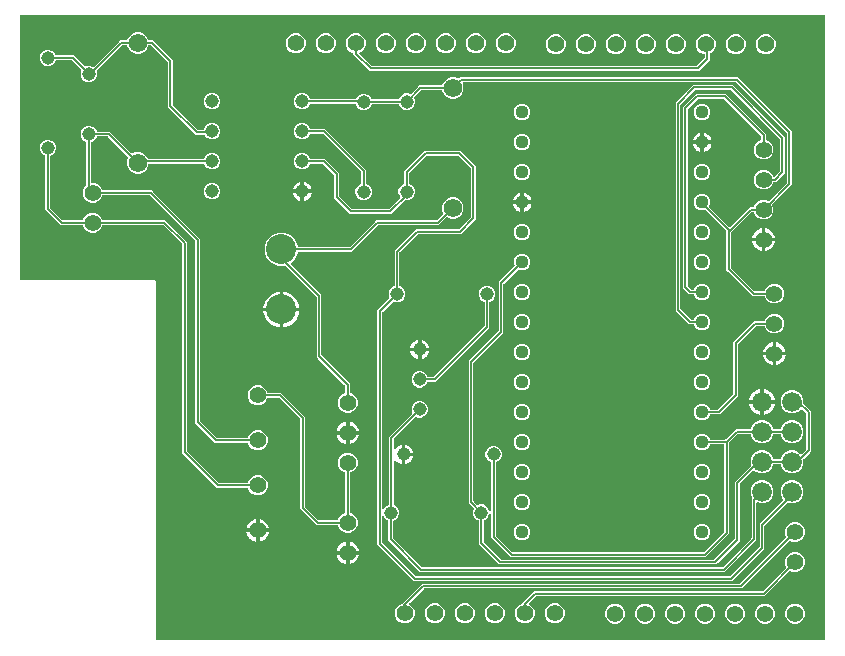
<source format=gbr>
G04 EAGLE Gerber RS-274X export*
G75*
%MOMM*%
%FSLAX34Y34*%
%LPD*%
%INTop Copper*%
%IPPOS*%
%AMOC8*
5,1,8,0,0,1.08239X$1,22.5*%
G01*
%ADD10C,1.137919*%
%ADD11C,1.564638*%
%ADD12C,1.422400*%
%ADD13C,2.540000*%
%ADD14C,1.676400*%
%ADD15C,1.120000*%
%ADD16C,0.152400*%

G36*
X1229126Y2036D02*
X1229126Y2036D01*
X1229145Y2034D01*
X1229247Y2056D01*
X1229349Y2072D01*
X1229366Y2082D01*
X1229386Y2086D01*
X1229475Y2139D01*
X1229566Y2188D01*
X1229580Y2202D01*
X1229597Y2212D01*
X1229664Y2291D01*
X1229736Y2366D01*
X1229744Y2384D01*
X1229757Y2399D01*
X1229796Y2495D01*
X1229839Y2589D01*
X1229841Y2609D01*
X1229849Y2627D01*
X1229867Y2794D01*
X1229867Y530606D01*
X1229864Y530626D01*
X1229866Y530645D01*
X1229844Y530747D01*
X1229828Y530849D01*
X1229818Y530866D01*
X1229814Y530886D01*
X1229761Y530975D01*
X1229712Y531066D01*
X1229698Y531080D01*
X1229688Y531097D01*
X1229609Y531164D01*
X1229534Y531236D01*
X1229516Y531244D01*
X1229501Y531257D01*
X1229405Y531296D01*
X1229311Y531339D01*
X1229291Y531341D01*
X1229273Y531349D01*
X1229106Y531367D01*
X548894Y531367D01*
X548874Y531364D01*
X548855Y531366D01*
X548753Y531344D01*
X548651Y531328D01*
X548634Y531318D01*
X548614Y531314D01*
X548525Y531261D01*
X548434Y531212D01*
X548420Y531198D01*
X548403Y531188D01*
X548336Y531109D01*
X548264Y531034D01*
X548256Y531016D01*
X548243Y531001D01*
X548204Y530905D01*
X548161Y530811D01*
X548159Y530791D01*
X548151Y530773D01*
X548133Y530606D01*
X548133Y307594D01*
X548136Y307574D01*
X548134Y307555D01*
X548156Y307453D01*
X548172Y307351D01*
X548182Y307334D01*
X548186Y307314D01*
X548239Y307225D01*
X548288Y307134D01*
X548302Y307120D01*
X548312Y307103D01*
X548391Y307036D01*
X548466Y306964D01*
X548484Y306956D01*
X548499Y306943D01*
X548595Y306904D01*
X548689Y306861D01*
X548709Y306859D01*
X548727Y306851D01*
X548894Y306833D01*
X662004Y306833D01*
X663195Y305642D01*
X663195Y2794D01*
X663198Y2774D01*
X663196Y2755D01*
X663218Y2653D01*
X663234Y2551D01*
X663244Y2534D01*
X663248Y2514D01*
X663301Y2425D01*
X663350Y2334D01*
X663364Y2320D01*
X663374Y2303D01*
X663453Y2236D01*
X663528Y2164D01*
X663546Y2156D01*
X663561Y2143D01*
X663657Y2104D01*
X663751Y2061D01*
X663771Y2059D01*
X663789Y2051D01*
X663956Y2033D01*
X1229106Y2033D01*
X1229126Y2036D01*
G37*
%LPC*%
G36*
X881300Y52323D02*
X881300Y52323D01*
X879886Y53737D01*
X852059Y81564D01*
X850645Y82978D01*
X850645Y281766D01*
X852059Y283180D01*
X860627Y291748D01*
X860695Y291842D01*
X860765Y291937D01*
X860767Y291943D01*
X860771Y291948D01*
X860805Y292059D01*
X860841Y292170D01*
X860841Y292177D01*
X860843Y292183D01*
X860840Y292299D01*
X860839Y292416D01*
X860837Y292424D01*
X860837Y292429D01*
X860830Y292446D01*
X860792Y292577D01*
X860196Y294018D01*
X860196Y296786D01*
X861255Y299345D01*
X863213Y301303D01*
X864653Y301899D01*
X864753Y301961D01*
X864853Y302021D01*
X864857Y302025D01*
X864862Y302029D01*
X864937Y302119D01*
X865013Y302208D01*
X865015Y302213D01*
X865019Y302218D01*
X865061Y302327D01*
X865105Y302436D01*
X865106Y302443D01*
X865107Y302448D01*
X865108Y302466D01*
X865123Y302602D01*
X865123Y332058D01*
X883124Y350059D01*
X919130Y350059D01*
X919221Y350073D01*
X919311Y350080D01*
X919341Y350093D01*
X919373Y350098D01*
X919454Y350141D01*
X919538Y350177D01*
X919570Y350202D01*
X919591Y350213D01*
X919613Y350237D01*
X919669Y350281D01*
X929670Y360283D01*
X929723Y360357D01*
X929783Y360426D01*
X929795Y360457D01*
X929814Y360483D01*
X929841Y360570D01*
X929875Y360655D01*
X929879Y360696D01*
X929886Y360718D01*
X929885Y360750D01*
X929893Y360821D01*
X929893Y401433D01*
X929879Y401523D01*
X929871Y401614D01*
X929859Y401643D01*
X929854Y401675D01*
X929811Y401756D01*
X929775Y401840D01*
X929749Y401872D01*
X929738Y401893D01*
X929715Y401915D01*
X929670Y401971D01*
X919369Y412272D01*
X919295Y412325D01*
X919226Y412385D01*
X919195Y412397D01*
X919169Y412416D01*
X919082Y412443D01*
X918997Y412477D01*
X918956Y412481D01*
X918934Y412488D01*
X918902Y412487D01*
X918831Y412495D01*
X892697Y412495D01*
X892607Y412481D01*
X892516Y412473D01*
X892487Y412461D01*
X892455Y412456D01*
X892374Y412413D01*
X892290Y412377D01*
X892258Y412351D01*
X892237Y412340D01*
X892215Y412317D01*
X892159Y412272D01*
X877540Y397653D01*
X877497Y397593D01*
X877455Y397550D01*
X877448Y397534D01*
X877427Y397510D01*
X877415Y397479D01*
X877396Y397453D01*
X877369Y397366D01*
X877365Y397354D01*
X877352Y397326D01*
X877351Y397321D01*
X877335Y397281D01*
X877331Y397240D01*
X877324Y397218D01*
X877325Y397186D01*
X877317Y397115D01*
X877317Y389216D01*
X877336Y389100D01*
X877353Y388986D01*
X877355Y388980D01*
X877356Y388974D01*
X877411Y388871D01*
X877464Y388766D01*
X877469Y388762D01*
X877472Y388756D01*
X877556Y388676D01*
X877640Y388594D01*
X877646Y388590D01*
X877650Y388587D01*
X877667Y388579D01*
X877787Y388513D01*
X879227Y387917D01*
X881185Y385959D01*
X882244Y383400D01*
X882244Y380632D01*
X881185Y378073D01*
X879227Y376115D01*
X876668Y375056D01*
X874308Y375056D01*
X874218Y375041D01*
X874127Y375034D01*
X874097Y375021D01*
X874065Y375016D01*
X873984Y374973D01*
X873900Y374938D01*
X873868Y374912D01*
X873848Y374901D01*
X873838Y374891D01*
X873837Y374890D01*
X873823Y374876D01*
X873769Y374833D01*
X862156Y363219D01*
X827706Y363219D01*
X814069Y376856D01*
X814069Y395845D01*
X814055Y395935D01*
X814047Y396026D01*
X814035Y396055D01*
X814030Y396087D01*
X813987Y396168D01*
X813951Y396252D01*
X813925Y396284D01*
X813914Y396305D01*
X813891Y396327D01*
X813846Y396383D01*
X804815Y405414D01*
X804741Y405467D01*
X804672Y405527D01*
X804641Y405539D01*
X804615Y405558D01*
X804528Y405585D01*
X804443Y405619D01*
X804402Y405623D01*
X804380Y405630D01*
X804348Y405629D01*
X804277Y405637D01*
X794092Y405637D01*
X793978Y405618D01*
X793862Y405601D01*
X793856Y405599D01*
X793850Y405598D01*
X793747Y405543D01*
X793642Y405490D01*
X793638Y405485D01*
X793632Y405482D01*
X793552Y405398D01*
X793470Y405314D01*
X793466Y405308D01*
X793463Y405304D01*
X793455Y405287D01*
X793389Y405167D01*
X792793Y403727D01*
X790835Y401769D01*
X788276Y400710D01*
X785508Y400710D01*
X782949Y401769D01*
X780991Y403727D01*
X779932Y406286D01*
X779932Y409054D01*
X780991Y411613D01*
X782949Y413571D01*
X785508Y414630D01*
X788276Y414630D01*
X790835Y413571D01*
X792793Y411613D01*
X793389Y410173D01*
X793451Y410073D01*
X793511Y409973D01*
X793515Y409969D01*
X793519Y409964D01*
X793609Y409889D01*
X793698Y409813D01*
X793703Y409811D01*
X793708Y409807D01*
X793817Y409765D01*
X793926Y409721D01*
X793933Y409720D01*
X793938Y409719D01*
X793956Y409718D01*
X794092Y409703D01*
X806276Y409703D01*
X818135Y397844D01*
X818135Y378855D01*
X818141Y378820D01*
X818140Y378812D01*
X818149Y378771D01*
X818149Y378765D01*
X818157Y378674D01*
X818169Y378645D01*
X818174Y378613D01*
X818189Y378585D01*
X818192Y378572D01*
X818221Y378523D01*
X818253Y378448D01*
X818279Y378416D01*
X818290Y378395D01*
X818308Y378378D01*
X818318Y378361D01*
X818333Y378347D01*
X818358Y378317D01*
X829167Y367508D01*
X829241Y367455D01*
X829310Y367395D01*
X829341Y367383D01*
X829367Y367364D01*
X829454Y367337D01*
X829539Y367303D01*
X829580Y367299D01*
X829602Y367292D01*
X829634Y367293D01*
X829705Y367285D01*
X860157Y367285D01*
X860247Y367299D01*
X860338Y367307D01*
X860367Y367319D01*
X860399Y367324D01*
X860480Y367367D01*
X860564Y367403D01*
X860596Y367429D01*
X860617Y367440D01*
X860639Y367463D01*
X860695Y367508D01*
X869784Y376596D01*
X869795Y376613D01*
X869811Y376625D01*
X869867Y376712D01*
X869927Y376796D01*
X869933Y376815D01*
X869944Y376832D01*
X869969Y376932D01*
X870000Y377031D01*
X869999Y377051D01*
X870004Y377070D01*
X869996Y377173D01*
X869993Y377277D01*
X869986Y377296D01*
X869985Y377316D01*
X869944Y377411D01*
X869909Y377508D01*
X869896Y377524D01*
X869888Y377542D01*
X869784Y377673D01*
X869383Y378073D01*
X868324Y380632D01*
X868324Y383400D01*
X869383Y385959D01*
X871341Y387917D01*
X872781Y388513D01*
X872881Y388575D01*
X872981Y388635D01*
X872985Y388639D01*
X872990Y388643D01*
X873065Y388733D01*
X873141Y388822D01*
X873143Y388827D01*
X873147Y388832D01*
X873189Y388941D01*
X873233Y389050D01*
X873234Y389057D01*
X873235Y389062D01*
X873236Y389080D01*
X873251Y389216D01*
X873251Y399114D01*
X890698Y416561D01*
X920830Y416561D01*
X933959Y403432D01*
X933959Y358822D01*
X921130Y345993D01*
X885123Y345993D01*
X885033Y345978D01*
X884942Y345971D01*
X884912Y345959D01*
X884880Y345953D01*
X884800Y345911D01*
X884716Y345875D01*
X884684Y345849D01*
X884663Y345838D01*
X884641Y345815D01*
X884585Y345770D01*
X869412Y330597D01*
X869359Y330523D01*
X869299Y330454D01*
X869287Y330423D01*
X869268Y330397D01*
X869241Y330310D01*
X869207Y330225D01*
X869203Y330184D01*
X869196Y330162D01*
X869197Y330130D01*
X869189Y330059D01*
X869189Y302602D01*
X869208Y302486D01*
X869225Y302372D01*
X869227Y302366D01*
X869228Y302360D01*
X869283Y302257D01*
X869336Y302152D01*
X869341Y302148D01*
X869344Y302142D01*
X869428Y302062D01*
X869512Y301980D01*
X869518Y301976D01*
X869522Y301973D01*
X869539Y301965D01*
X869659Y301899D01*
X871099Y301303D01*
X873057Y299345D01*
X874116Y296786D01*
X874116Y294018D01*
X873057Y291459D01*
X871099Y289501D01*
X868540Y288442D01*
X865772Y288442D01*
X864331Y289038D01*
X864218Y289065D01*
X864104Y289093D01*
X864098Y289093D01*
X864092Y289094D01*
X863975Y289083D01*
X863859Y289074D01*
X863853Y289072D01*
X863847Y289071D01*
X863740Y289023D01*
X863633Y288978D01*
X863627Y288973D01*
X863622Y288971D01*
X863609Y288959D01*
X863502Y288873D01*
X854934Y280305D01*
X854881Y280231D01*
X854821Y280162D01*
X854809Y280131D01*
X854790Y280105D01*
X854763Y280018D01*
X854729Y279933D01*
X854725Y279892D01*
X854718Y279870D01*
X854719Y279838D01*
X854711Y279767D01*
X854711Y113857D01*
X854726Y113761D01*
X854736Y113664D01*
X854746Y113640D01*
X854750Y113614D01*
X854796Y113528D01*
X854836Y113439D01*
X854853Y113420D01*
X854866Y113397D01*
X854936Y113330D01*
X855002Y113258D01*
X855025Y113245D01*
X855044Y113227D01*
X855132Y113186D01*
X855218Y113139D01*
X855243Y113135D01*
X855267Y113124D01*
X855364Y113113D01*
X855460Y113096D01*
X855486Y113099D01*
X855511Y113096D01*
X855606Y113117D01*
X855703Y113131D01*
X855726Y113143D01*
X855752Y113149D01*
X855836Y113199D01*
X855922Y113243D01*
X855940Y113261D01*
X855963Y113275D01*
X856026Y113349D01*
X856094Y113418D01*
X856110Y113447D01*
X856123Y113462D01*
X856135Y113493D01*
X856175Y113565D01*
X856429Y114179D01*
X858387Y116137D01*
X859827Y116733D01*
X859927Y116795D01*
X860027Y116855D01*
X860031Y116859D01*
X860036Y116863D01*
X860111Y116953D01*
X860187Y117042D01*
X860189Y117047D01*
X860193Y117052D01*
X860235Y117161D01*
X860279Y117270D01*
X860280Y117277D01*
X860281Y117282D01*
X860282Y117300D01*
X860297Y117436D01*
X860297Y174324D01*
X861711Y175738D01*
X879931Y193958D01*
X879999Y194052D01*
X880069Y194147D01*
X880071Y194153D01*
X880075Y194158D01*
X880109Y194268D01*
X880145Y194380D01*
X880145Y194387D01*
X880147Y194393D01*
X880144Y194509D01*
X880143Y194626D01*
X880141Y194634D01*
X880141Y194639D01*
X880134Y194656D01*
X880096Y194787D01*
X879500Y196228D01*
X879500Y198996D01*
X880559Y201555D01*
X882517Y203513D01*
X885076Y204572D01*
X887844Y204572D01*
X890403Y203513D01*
X892361Y201555D01*
X893420Y198996D01*
X893420Y196228D01*
X892361Y193669D01*
X890403Y191711D01*
X887844Y190652D01*
X885076Y190652D01*
X883635Y191248D01*
X883522Y191275D01*
X883408Y191303D01*
X883402Y191303D01*
X883396Y191304D01*
X883279Y191293D01*
X883163Y191284D01*
X883157Y191282D01*
X883151Y191281D01*
X883044Y191233D01*
X882937Y191188D01*
X882931Y191183D01*
X882926Y191181D01*
X882913Y191169D01*
X882806Y191083D01*
X864586Y172863D01*
X864533Y172789D01*
X864473Y172720D01*
X864461Y172689D01*
X864442Y172663D01*
X864415Y172576D01*
X864381Y172491D01*
X864377Y172450D01*
X864370Y172428D01*
X864371Y172396D01*
X864363Y172325D01*
X864363Y164292D01*
X864366Y164269D01*
X864364Y164247D01*
X864386Y164148D01*
X864402Y164049D01*
X864413Y164029D01*
X864418Y164007D01*
X864471Y163921D01*
X864518Y163832D01*
X864534Y163816D01*
X864546Y163797D01*
X864623Y163732D01*
X864696Y163663D01*
X864717Y163653D01*
X864734Y163638D01*
X864828Y163601D01*
X864919Y163559D01*
X864942Y163557D01*
X864963Y163548D01*
X865064Y163543D01*
X865163Y163532D01*
X865186Y163537D01*
X865209Y163536D01*
X865306Y163563D01*
X865404Y163584D01*
X865424Y163596D01*
X865446Y163602D01*
X865529Y163659D01*
X865615Y163710D01*
X865630Y163728D01*
X865649Y163741D01*
X865757Y163869D01*
X866351Y164759D01*
X867497Y165905D01*
X868846Y166806D01*
X870343Y167426D01*
X871221Y167601D01*
X871221Y160274D01*
X871224Y160254D01*
X871222Y160235D01*
X871244Y160133D01*
X871261Y160031D01*
X871270Y160014D01*
X871274Y159994D01*
X871327Y159905D01*
X871376Y159814D01*
X871390Y159800D01*
X871400Y159783D01*
X871479Y159716D01*
X871554Y159645D01*
X871572Y159636D01*
X871587Y159623D01*
X871683Y159585D01*
X871777Y159541D01*
X871797Y159539D01*
X871815Y159531D01*
X871982Y159513D01*
X872745Y159513D01*
X872745Y159511D01*
X871982Y159511D01*
X871962Y159508D01*
X871943Y159510D01*
X871841Y159488D01*
X871739Y159471D01*
X871722Y159462D01*
X871702Y159458D01*
X871613Y159405D01*
X871522Y159356D01*
X871508Y159342D01*
X871491Y159332D01*
X871424Y159253D01*
X871353Y159178D01*
X871344Y159160D01*
X871331Y159145D01*
X871292Y159049D01*
X871249Y158955D01*
X871247Y158935D01*
X871239Y158917D01*
X871221Y158750D01*
X871221Y151423D01*
X870343Y151598D01*
X868846Y152218D01*
X867497Y153119D01*
X866351Y154265D01*
X865757Y155155D01*
X865741Y155172D01*
X865730Y155192D01*
X865658Y155261D01*
X865589Y155334D01*
X865569Y155345D01*
X865552Y155361D01*
X865461Y155404D01*
X865373Y155451D01*
X865350Y155455D01*
X865329Y155465D01*
X865229Y155476D01*
X865130Y155493D01*
X865107Y155489D01*
X865085Y155492D01*
X864986Y155471D01*
X864887Y155455D01*
X864867Y155445D01*
X864844Y155440D01*
X864758Y155388D01*
X864669Y155342D01*
X864653Y155325D01*
X864633Y155314D01*
X864568Y155237D01*
X864498Y155165D01*
X864488Y155144D01*
X864473Y155127D01*
X864436Y155033D01*
X864393Y154943D01*
X864390Y154920D01*
X864381Y154899D01*
X864363Y154732D01*
X864363Y117436D01*
X864382Y117320D01*
X864399Y117206D01*
X864401Y117200D01*
X864402Y117194D01*
X864457Y117091D01*
X864510Y116986D01*
X864515Y116982D01*
X864518Y116976D01*
X864602Y116896D01*
X864686Y116814D01*
X864692Y116810D01*
X864696Y116807D01*
X864713Y116799D01*
X864833Y116733D01*
X866273Y116137D01*
X868231Y114179D01*
X869290Y111620D01*
X869290Y108852D01*
X868231Y106293D01*
X866273Y104335D01*
X864325Y103528D01*
X864225Y103467D01*
X864125Y103407D01*
X864121Y103402D01*
X864116Y103399D01*
X864041Y103309D01*
X863965Y103220D01*
X863963Y103214D01*
X863959Y103209D01*
X863917Y103101D01*
X863873Y102992D01*
X863872Y102984D01*
X863871Y102980D01*
X863870Y102961D01*
X863855Y102825D01*
X863855Y88787D01*
X863856Y88779D01*
X863856Y88776D01*
X863859Y88760D01*
X863869Y88697D01*
X863877Y88606D01*
X863889Y88577D01*
X863894Y88545D01*
X863937Y88464D01*
X863973Y88380D01*
X863999Y88348D01*
X864010Y88327D01*
X864033Y88305D01*
X864078Y88249D01*
X888095Y64232D01*
X888169Y64179D01*
X888238Y64119D01*
X888269Y64107D01*
X888295Y64088D01*
X888382Y64061D01*
X888467Y64027D01*
X888508Y64023D01*
X888530Y64016D01*
X888562Y64017D01*
X888633Y64009D01*
X1142605Y64009D01*
X1142695Y64023D01*
X1142786Y64031D01*
X1142815Y64043D01*
X1142847Y64048D01*
X1142928Y64091D01*
X1143012Y64127D01*
X1143044Y64153D01*
X1143065Y64164D01*
X1143087Y64187D01*
X1143143Y64232D01*
X1167160Y88249D01*
X1167213Y88323D01*
X1167273Y88392D01*
X1167285Y88423D01*
X1167304Y88449D01*
X1167331Y88536D01*
X1167365Y88621D01*
X1167369Y88662D01*
X1167376Y88684D01*
X1167375Y88716D01*
X1167383Y88787D01*
X1167383Y121746D01*
X1167684Y122047D01*
X1167752Y122141D01*
X1167822Y122236D01*
X1167824Y122242D01*
X1167828Y122247D01*
X1167862Y122358D01*
X1167899Y122470D01*
X1167899Y122476D01*
X1167900Y122482D01*
X1167897Y122599D01*
X1167896Y122716D01*
X1167894Y122723D01*
X1167894Y122728D01*
X1167888Y122745D01*
X1167849Y122877D01*
X1166621Y125842D01*
X1166621Y129682D01*
X1168091Y133230D01*
X1170806Y135945D01*
X1174354Y137415D01*
X1178194Y137415D01*
X1181742Y135945D01*
X1184457Y133230D01*
X1185927Y129682D01*
X1185927Y125842D01*
X1184457Y122294D01*
X1181742Y119579D01*
X1178194Y118109D01*
X1174354Y118109D01*
X1172501Y118877D01*
X1172457Y118887D01*
X1172415Y118906D01*
X1172338Y118915D01*
X1172262Y118933D01*
X1172216Y118929D01*
X1172171Y118934D01*
X1172094Y118917D01*
X1172017Y118910D01*
X1171975Y118891D01*
X1171930Y118881D01*
X1171863Y118841D01*
X1171792Y118810D01*
X1171758Y118779D01*
X1171719Y118755D01*
X1171668Y118696D01*
X1171611Y118643D01*
X1171589Y118603D01*
X1171559Y118568D01*
X1171530Y118496D01*
X1171493Y118428D01*
X1171484Y118383D01*
X1171467Y118340D01*
X1171452Y118204D01*
X1171449Y118186D01*
X1171450Y118181D01*
X1171449Y118173D01*
X1171449Y86788D01*
X1144604Y59943D01*
X886634Y59943D01*
X859789Y86788D01*
X859789Y103246D01*
X859770Y103361D01*
X859753Y103477D01*
X859751Y103483D01*
X859750Y103489D01*
X859695Y103591D01*
X859642Y103696D01*
X859637Y103701D01*
X859634Y103706D01*
X859550Y103786D01*
X859466Y103868D01*
X859460Y103872D01*
X859456Y103875D01*
X859439Y103883D01*
X859319Y103949D01*
X858387Y104335D01*
X856429Y106293D01*
X856175Y106907D01*
X856124Y106990D01*
X856078Y107075D01*
X856059Y107093D01*
X856046Y107116D01*
X855971Y107178D01*
X855900Y107245D01*
X855876Y107256D01*
X855856Y107272D01*
X855765Y107307D01*
X855677Y107348D01*
X855651Y107351D01*
X855627Y107361D01*
X855529Y107365D01*
X855433Y107376D01*
X855407Y107370D01*
X855381Y107371D01*
X855287Y107344D01*
X855192Y107323D01*
X855170Y107310D01*
X855145Y107303D01*
X855065Y107247D01*
X854981Y107197D01*
X854964Y107177D01*
X854943Y107162D01*
X854884Y107084D01*
X854821Y107010D01*
X854811Y106986D01*
X854796Y106965D01*
X854766Y106872D01*
X854729Y106782D01*
X854726Y106750D01*
X854720Y106731D01*
X854720Y106698D01*
X854711Y106615D01*
X854711Y84977D01*
X854712Y84970D01*
X854712Y84969D01*
X854713Y84965D01*
X854725Y84887D01*
X854733Y84796D01*
X854745Y84767D01*
X854750Y84735D01*
X854793Y84654D01*
X854829Y84570D01*
X854855Y84538D01*
X854866Y84517D01*
X854889Y84495D01*
X854934Y84439D01*
X882761Y56612D01*
X882835Y56559D01*
X882904Y56499D01*
X882935Y56487D01*
X882961Y56468D01*
X883048Y56441D01*
X883133Y56407D01*
X883174Y56403D01*
X883196Y56396D01*
X883228Y56397D01*
X883299Y56389D01*
X1149209Y56389D01*
X1149299Y56403D01*
X1149390Y56411D01*
X1149419Y56423D01*
X1149451Y56428D01*
X1149532Y56471D01*
X1149616Y56507D01*
X1149648Y56533D01*
X1149669Y56544D01*
X1149691Y56567D01*
X1149747Y56612D01*
X1174018Y80883D01*
X1174071Y80957D01*
X1174131Y81026D01*
X1174143Y81057D01*
X1174162Y81083D01*
X1174189Y81170D01*
X1174223Y81255D01*
X1174227Y81296D01*
X1174234Y81318D01*
X1174233Y81350D01*
X1174241Y81421D01*
X1174241Y100664D01*
X1175655Y102078D01*
X1194143Y120566D01*
X1194154Y120582D01*
X1194170Y120594D01*
X1194226Y120681D01*
X1194286Y120765D01*
X1194292Y120784D01*
X1194303Y120801D01*
X1194328Y120902D01*
X1194359Y121000D01*
X1194358Y121020D01*
X1194363Y121040D01*
X1194355Y121143D01*
X1194352Y121246D01*
X1194346Y121265D01*
X1194344Y121285D01*
X1194304Y121380D01*
X1194268Y121477D01*
X1194255Y121493D01*
X1194248Y121511D01*
X1194143Y121642D01*
X1193491Y122294D01*
X1192021Y125842D01*
X1192021Y129682D01*
X1193491Y133230D01*
X1196206Y135945D01*
X1199754Y137415D01*
X1203594Y137415D01*
X1207142Y135945D01*
X1209857Y133230D01*
X1211327Y129682D01*
X1211327Y125842D01*
X1209857Y122294D01*
X1207142Y119579D01*
X1203594Y118109D01*
X1199754Y118109D01*
X1198585Y118594D01*
X1198471Y118620D01*
X1198358Y118649D01*
X1198351Y118648D01*
X1198345Y118650D01*
X1198229Y118639D01*
X1198113Y118630D01*
X1198107Y118627D01*
X1198100Y118627D01*
X1197993Y118579D01*
X1197886Y118533D01*
X1197880Y118529D01*
X1197876Y118527D01*
X1197862Y118514D01*
X1197755Y118429D01*
X1178530Y99203D01*
X1178477Y99129D01*
X1178417Y99060D01*
X1178405Y99029D01*
X1178386Y99003D01*
X1178359Y98916D01*
X1178325Y98831D01*
X1178321Y98790D01*
X1178314Y98768D01*
X1178315Y98736D01*
X1178307Y98665D01*
X1178307Y79422D01*
X1151208Y52323D01*
X881300Y52323D01*
G37*
%LPD*%
%LPC*%
G36*
X953944Y66293D02*
X953944Y66293D01*
X952530Y67707D01*
X937911Y82326D01*
X936497Y83740D01*
X936497Y103036D01*
X936479Y103150D01*
X936461Y103266D01*
X936459Y103272D01*
X936458Y103278D01*
X936403Y103381D01*
X936350Y103486D01*
X936345Y103490D01*
X936342Y103496D01*
X936258Y103576D01*
X936174Y103658D01*
X936168Y103662D01*
X936164Y103665D01*
X936147Y103673D01*
X936027Y103739D01*
X934587Y104335D01*
X932629Y106293D01*
X931570Y108852D01*
X931570Y111620D01*
X932166Y113061D01*
X932193Y113174D01*
X932221Y113288D01*
X932221Y113294D01*
X932222Y113300D01*
X932211Y113417D01*
X932202Y113533D01*
X932200Y113539D01*
X932199Y113545D01*
X932152Y113652D01*
X932106Y113759D01*
X932101Y113765D01*
X932099Y113770D01*
X932087Y113783D01*
X932001Y113890D01*
X929275Y116616D01*
X927861Y118030D01*
X927861Y238840D01*
X953038Y264017D01*
X953091Y264091D01*
X953151Y264160D01*
X953163Y264191D01*
X953182Y264217D01*
X953209Y264304D01*
X953243Y264389D01*
X953247Y264430D01*
X953254Y264452D01*
X953253Y264484D01*
X953261Y264555D01*
X953261Y305388D01*
X954675Y306802D01*
X966614Y318740D01*
X966682Y318836D01*
X966752Y318929D01*
X966754Y318935D01*
X966757Y318940D01*
X966792Y319052D01*
X966828Y319163D01*
X966828Y319169D01*
X966830Y319175D01*
X966827Y319292D01*
X966825Y319409D01*
X966823Y319416D01*
X966823Y319421D01*
X966817Y319439D01*
X966779Y319570D01*
X966203Y320959D01*
X966203Y323693D01*
X967249Y326218D01*
X969182Y328151D01*
X971707Y329197D01*
X974441Y329197D01*
X976966Y328151D01*
X978899Y326218D01*
X979945Y323693D01*
X979945Y320959D01*
X978899Y318434D01*
X976966Y316501D01*
X974441Y315455D01*
X971707Y315455D01*
X970318Y316031D01*
X970205Y316057D01*
X970091Y316086D01*
X970085Y316085D01*
X970079Y316087D01*
X969962Y316076D01*
X969846Y316067D01*
X969840Y316064D01*
X969834Y316064D01*
X969726Y316016D01*
X969619Y315971D01*
X969614Y315966D01*
X969609Y315964D01*
X969595Y315951D01*
X969488Y315866D01*
X957550Y303927D01*
X957497Y303853D01*
X957437Y303784D01*
X957425Y303753D01*
X957406Y303727D01*
X957379Y303640D01*
X957345Y303555D01*
X957341Y303514D01*
X957334Y303492D01*
X957335Y303460D01*
X957327Y303389D01*
X957327Y262556D01*
X932150Y237379D01*
X932097Y237305D01*
X932037Y237236D01*
X932025Y237205D01*
X932006Y237179D01*
X931979Y237092D01*
X931945Y237007D01*
X931941Y236966D01*
X931934Y236944D01*
X931935Y236912D01*
X931927Y236841D01*
X931927Y120029D01*
X931932Y119998D01*
X931931Y119987D01*
X931942Y119936D01*
X931949Y119848D01*
X931961Y119819D01*
X931966Y119787D01*
X931980Y119762D01*
X931983Y119747D01*
X932014Y119695D01*
X932045Y119622D01*
X932071Y119590D01*
X932082Y119569D01*
X932099Y119553D01*
X932109Y119536D01*
X932125Y119522D01*
X932150Y119491D01*
X934876Y116765D01*
X934970Y116697D01*
X935065Y116627D01*
X935071Y116625D01*
X935076Y116621D01*
X935187Y116587D01*
X935298Y116551D01*
X935305Y116551D01*
X935311Y116549D01*
X935427Y116552D01*
X935544Y116553D01*
X935552Y116555D01*
X935557Y116555D01*
X935574Y116562D01*
X935705Y116600D01*
X937146Y117196D01*
X939914Y117196D01*
X942473Y116137D01*
X944431Y114179D01*
X945447Y111726D01*
X945498Y111643D01*
X945544Y111557D01*
X945562Y111539D01*
X945576Y111517D01*
X945652Y111454D01*
X945722Y111388D01*
X945746Y111377D01*
X945766Y111360D01*
X945857Y111325D01*
X945945Y111284D01*
X945971Y111281D01*
X945995Y111272D01*
X946093Y111268D01*
X946189Y111257D01*
X946215Y111262D01*
X946241Y111261D01*
X946335Y111288D01*
X946430Y111309D01*
X946452Y111323D01*
X946477Y111330D01*
X946557Y111385D01*
X946641Y111435D01*
X946658Y111455D01*
X946679Y111470D01*
X946738Y111548D01*
X946801Y111622D01*
X946811Y111646D01*
X946826Y111667D01*
X946856Y111760D01*
X946893Y111850D01*
X946896Y111883D01*
X946902Y111901D01*
X946902Y111934D01*
X946911Y112017D01*
X946911Y152312D01*
X946892Y152426D01*
X946875Y152542D01*
X946873Y152548D01*
X946872Y152554D01*
X946817Y152657D01*
X946764Y152762D01*
X946759Y152766D01*
X946756Y152772D01*
X946672Y152851D01*
X946588Y152934D01*
X946582Y152938D01*
X946578Y152941D01*
X946561Y152949D01*
X946441Y153015D01*
X945001Y153611D01*
X943043Y155569D01*
X941984Y158128D01*
X941984Y160896D01*
X943043Y163455D01*
X945001Y165413D01*
X947560Y166472D01*
X950328Y166472D01*
X952887Y165413D01*
X954845Y163455D01*
X955904Y160896D01*
X955904Y158128D01*
X954845Y155569D01*
X952887Y153611D01*
X951447Y153015D01*
X951347Y152953D01*
X951247Y152893D01*
X951243Y152889D01*
X951238Y152885D01*
X951163Y152796D01*
X951087Y152706D01*
X951085Y152701D01*
X951081Y152696D01*
X951039Y152588D01*
X950995Y152478D01*
X950994Y152471D01*
X950993Y152466D01*
X950992Y152448D01*
X950977Y152312D01*
X950977Y91073D01*
X950978Y91064D01*
X950978Y91059D01*
X950983Y91036D01*
X950991Y90983D01*
X950999Y90892D01*
X951011Y90863D01*
X951016Y90831D01*
X951059Y90750D01*
X951095Y90666D01*
X951121Y90634D01*
X951132Y90613D01*
X951155Y90591D01*
X951200Y90535D01*
X964803Y76932D01*
X964877Y76879D01*
X964946Y76819D01*
X964977Y76807D01*
X965003Y76788D01*
X965090Y76761D01*
X965175Y76727D01*
X965216Y76723D01*
X965238Y76716D01*
X965270Y76717D01*
X965341Y76709D01*
X1126616Y76709D01*
X1126706Y76723D01*
X1126797Y76731D01*
X1126827Y76743D01*
X1126859Y76748D01*
X1126940Y76791D01*
X1127024Y76827D01*
X1127056Y76853D01*
X1127076Y76864D01*
X1127099Y76887D01*
X1127155Y76932D01*
X1144046Y93823D01*
X1144099Y93897D01*
X1144159Y93967D01*
X1144171Y93997D01*
X1144190Y94023D01*
X1144217Y94110D01*
X1144251Y94195D01*
X1144255Y94236D01*
X1144262Y94258D01*
X1144261Y94290D01*
X1144269Y94362D01*
X1144269Y167132D01*
X1144266Y167152D01*
X1144268Y167171D01*
X1144246Y167273D01*
X1144230Y167375D01*
X1144220Y167392D01*
X1144216Y167412D01*
X1144163Y167501D01*
X1144114Y167592D01*
X1144100Y167606D01*
X1144090Y167623D01*
X1144011Y167690D01*
X1143936Y167762D01*
X1143918Y167770D01*
X1143903Y167783D01*
X1143807Y167822D01*
X1143713Y167865D01*
X1143693Y167867D01*
X1143675Y167875D01*
X1143508Y167893D01*
X1132577Y167893D01*
X1132463Y167874D01*
X1132347Y167857D01*
X1132341Y167855D01*
X1132335Y167854D01*
X1132232Y167799D01*
X1132127Y167746D01*
X1132123Y167741D01*
X1132117Y167738D01*
X1132038Y167654D01*
X1131955Y167570D01*
X1131951Y167564D01*
X1131948Y167560D01*
X1131940Y167543D01*
X1131874Y167423D01*
X1131299Y166034D01*
X1129366Y164101D01*
X1126841Y163055D01*
X1124107Y163055D01*
X1121582Y164101D01*
X1119649Y166034D01*
X1118603Y168559D01*
X1118603Y171293D01*
X1119649Y173818D01*
X1121582Y175751D01*
X1124107Y176797D01*
X1126841Y176797D01*
X1129366Y175751D01*
X1131299Y173818D01*
X1131874Y172429D01*
X1131936Y172329D01*
X1131996Y172229D01*
X1132000Y172225D01*
X1132004Y172220D01*
X1132094Y172145D01*
X1132183Y172069D01*
X1132188Y172067D01*
X1132193Y172063D01*
X1132302Y172021D01*
X1132411Y171977D01*
X1132418Y171976D01*
X1132423Y171975D01*
X1132441Y171974D01*
X1132577Y171959D01*
X1144891Y171959D01*
X1144981Y171973D01*
X1145072Y171981D01*
X1145101Y171993D01*
X1145133Y171998D01*
X1145214Y172041D01*
X1145298Y172077D01*
X1145330Y172103D01*
X1145351Y172114D01*
X1145373Y172137D01*
X1145429Y172182D01*
X1145683Y172436D01*
X1152428Y179181D01*
X1153842Y180595D01*
X1166159Y180595D01*
X1166274Y180614D01*
X1166390Y180631D01*
X1166396Y180633D01*
X1166402Y180634D01*
X1166505Y180689D01*
X1166609Y180742D01*
X1166614Y180747D01*
X1166619Y180750D01*
X1166699Y180834D01*
X1166782Y180918D01*
X1166785Y180924D01*
X1166789Y180928D01*
X1166797Y180945D01*
X1166863Y181065D01*
X1168091Y184030D01*
X1170806Y186745D01*
X1174354Y188215D01*
X1178194Y188215D01*
X1181742Y186745D01*
X1184457Y184030D01*
X1185685Y181065D01*
X1185747Y180965D01*
X1185807Y180865D01*
X1185812Y180861D01*
X1185815Y180856D01*
X1185905Y180781D01*
X1185994Y180705D01*
X1186000Y180703D01*
X1186005Y180699D01*
X1186113Y180657D01*
X1186222Y180613D01*
X1186230Y180612D01*
X1186234Y180611D01*
X1186252Y180610D01*
X1186389Y180595D01*
X1191559Y180595D01*
X1191674Y180614D01*
X1191790Y180631D01*
X1191796Y180633D01*
X1191802Y180634D01*
X1191905Y180689D01*
X1192009Y180742D01*
X1192014Y180747D01*
X1192019Y180750D01*
X1192099Y180834D01*
X1192182Y180918D01*
X1192185Y180924D01*
X1192189Y180928D01*
X1192197Y180945D01*
X1192263Y181065D01*
X1193491Y184030D01*
X1196206Y186745D01*
X1199754Y188215D01*
X1203594Y188215D01*
X1207142Y186745D01*
X1209857Y184030D01*
X1211327Y180482D01*
X1211327Y176642D01*
X1209857Y173094D01*
X1207142Y170379D01*
X1203594Y168909D01*
X1199754Y168909D01*
X1196206Y170379D01*
X1193491Y173094D01*
X1192263Y176059D01*
X1192201Y176159D01*
X1192141Y176259D01*
X1192136Y176263D01*
X1192133Y176268D01*
X1192043Y176343D01*
X1191954Y176419D01*
X1191948Y176421D01*
X1191943Y176425D01*
X1191835Y176467D01*
X1191726Y176511D01*
X1191718Y176512D01*
X1191714Y176513D01*
X1191696Y176514D01*
X1191559Y176529D01*
X1186389Y176529D01*
X1186274Y176510D01*
X1186158Y176493D01*
X1186152Y176491D01*
X1186146Y176490D01*
X1186043Y176435D01*
X1185939Y176382D01*
X1185934Y176377D01*
X1185929Y176374D01*
X1185849Y176290D01*
X1185766Y176206D01*
X1185763Y176200D01*
X1185759Y176196D01*
X1185751Y176179D01*
X1185685Y176059D01*
X1184457Y173094D01*
X1181742Y170379D01*
X1178194Y168909D01*
X1174354Y168909D01*
X1170806Y170379D01*
X1168091Y173094D01*
X1166863Y176059D01*
X1166801Y176159D01*
X1166741Y176259D01*
X1166736Y176263D01*
X1166733Y176268D01*
X1166643Y176343D01*
X1166554Y176419D01*
X1166548Y176421D01*
X1166543Y176425D01*
X1166435Y176467D01*
X1166326Y176511D01*
X1166318Y176512D01*
X1166314Y176513D01*
X1166296Y176514D01*
X1166159Y176529D01*
X1155841Y176529D01*
X1155751Y176515D01*
X1155660Y176507D01*
X1155631Y176495D01*
X1155599Y176490D01*
X1155518Y176447D01*
X1155434Y176411D01*
X1155402Y176385D01*
X1155381Y176374D01*
X1155359Y176351D01*
X1155303Y176306D01*
X1148558Y169561D01*
X1148505Y169487D01*
X1148445Y169418D01*
X1148433Y169387D01*
X1148414Y169361D01*
X1148387Y169274D01*
X1148353Y169189D01*
X1148349Y169148D01*
X1148342Y169126D01*
X1148343Y169094D01*
X1148335Y169023D01*
X1148335Y92362D01*
X1146921Y90949D01*
X1128616Y72643D01*
X963342Y72643D01*
X946911Y89074D01*
X946911Y108455D01*
X946896Y108551D01*
X946886Y108648D01*
X946876Y108672D01*
X946872Y108698D01*
X946826Y108784D01*
X946786Y108873D01*
X946769Y108892D01*
X946756Y108915D01*
X946686Y108982D01*
X946620Y109054D01*
X946597Y109066D01*
X946578Y109084D01*
X946490Y109125D01*
X946404Y109172D01*
X946379Y109177D01*
X946355Y109188D01*
X946258Y109199D01*
X946162Y109216D01*
X946136Y109212D01*
X946111Y109215D01*
X946015Y109194D01*
X945919Y109180D01*
X945896Y109168D01*
X945870Y109163D01*
X945787Y109113D01*
X945700Y109069D01*
X945681Y109050D01*
X945659Y109037D01*
X945596Y108963D01*
X945528Y108893D01*
X945512Y108865D01*
X945499Y108850D01*
X945487Y108819D01*
X945447Y108746D01*
X944431Y106293D01*
X942473Y104335D01*
X941033Y103739D01*
X940933Y103677D01*
X940833Y103617D01*
X940829Y103613D01*
X940824Y103609D01*
X940749Y103519D01*
X940673Y103430D01*
X940671Y103425D01*
X940667Y103420D01*
X940625Y103311D01*
X940581Y103202D01*
X940580Y103195D01*
X940579Y103190D01*
X940578Y103172D01*
X940563Y103036D01*
X940563Y85739D01*
X940564Y85732D01*
X940564Y85731D01*
X940565Y85724D01*
X940577Y85649D01*
X940585Y85558D01*
X940597Y85529D01*
X940602Y85497D01*
X940645Y85416D01*
X940681Y85332D01*
X940707Y85300D01*
X940718Y85279D01*
X940741Y85257D01*
X940786Y85201D01*
X955405Y70582D01*
X955479Y70529D01*
X955548Y70469D01*
X955579Y70457D01*
X955605Y70438D01*
X955692Y70411D01*
X955777Y70377D01*
X955818Y70373D01*
X955840Y70366D01*
X955872Y70367D01*
X955943Y70359D01*
X1135493Y70359D01*
X1135583Y70373D01*
X1135674Y70381D01*
X1135703Y70393D01*
X1135735Y70398D01*
X1135816Y70441D01*
X1135900Y70477D01*
X1135932Y70503D01*
X1135953Y70514D01*
X1135975Y70537D01*
X1136031Y70582D01*
X1152936Y87487D01*
X1152989Y87561D01*
X1153049Y87630D01*
X1153061Y87661D01*
X1153080Y87687D01*
X1153107Y87774D01*
X1153141Y87859D01*
X1153145Y87900D01*
X1153152Y87922D01*
X1153151Y87954D01*
X1153159Y88025D01*
X1153159Y136478D01*
X1166643Y149962D01*
X1166688Y150025D01*
X1166711Y150048D01*
X1166720Y150068D01*
X1166781Y150150D01*
X1166783Y150156D01*
X1166786Y150161D01*
X1166820Y150271D01*
X1166857Y150384D01*
X1166857Y150391D01*
X1166859Y150396D01*
X1166856Y150513D01*
X1166855Y150630D01*
X1166853Y150637D01*
X1166852Y150642D01*
X1166846Y150660D01*
X1166808Y150791D01*
X1166621Y151242D01*
X1166621Y155082D01*
X1168091Y158630D01*
X1170806Y161345D01*
X1174354Y162815D01*
X1178194Y162815D01*
X1181742Y161345D01*
X1184457Y158630D01*
X1185685Y155665D01*
X1185747Y155565D01*
X1185807Y155465D01*
X1185812Y155461D01*
X1185815Y155456D01*
X1185905Y155381D01*
X1185994Y155305D01*
X1186000Y155303D01*
X1186005Y155299D01*
X1186113Y155257D01*
X1186222Y155213D01*
X1186230Y155212D01*
X1186234Y155211D01*
X1186252Y155210D01*
X1186389Y155195D01*
X1191559Y155195D01*
X1191674Y155214D01*
X1191790Y155231D01*
X1191796Y155233D01*
X1191802Y155234D01*
X1191905Y155289D01*
X1192009Y155342D01*
X1192014Y155347D01*
X1192019Y155350D01*
X1192099Y155434D01*
X1192182Y155518D01*
X1192185Y155524D01*
X1192189Y155528D01*
X1192197Y155545D01*
X1192263Y155665D01*
X1193491Y158630D01*
X1196206Y161345D01*
X1199754Y162815D01*
X1203594Y162815D01*
X1207142Y161345D01*
X1208810Y159677D01*
X1208826Y159666D01*
X1208838Y159650D01*
X1208926Y159594D01*
X1209010Y159534D01*
X1209029Y159528D01*
X1209045Y159517D01*
X1209146Y159492D01*
X1209245Y159461D01*
X1209265Y159462D01*
X1209284Y159457D01*
X1209387Y159465D01*
X1209491Y159468D01*
X1209509Y159474D01*
X1209529Y159476D01*
X1209624Y159516D01*
X1209722Y159552D01*
X1209737Y159565D01*
X1209755Y159572D01*
X1209886Y159677D01*
X1213642Y163433D01*
X1213695Y163507D01*
X1213755Y163576D01*
X1213767Y163607D01*
X1213786Y163633D01*
X1213813Y163720D01*
X1213847Y163805D01*
X1213851Y163846D01*
X1213858Y163868D01*
X1213857Y163900D01*
X1213865Y163971D01*
X1213865Y193915D01*
X1213851Y194005D01*
X1213843Y194096D01*
X1213831Y194125D01*
X1213826Y194157D01*
X1213783Y194238D01*
X1213747Y194322D01*
X1213721Y194354D01*
X1213710Y194375D01*
X1213687Y194397D01*
X1213642Y194453D01*
X1210267Y197828D01*
X1210251Y197839D01*
X1210239Y197855D01*
X1210152Y197911D01*
X1210068Y197971D01*
X1210049Y197977D01*
X1210032Y197988D01*
X1209931Y198013D01*
X1209833Y198044D01*
X1209813Y198043D01*
X1209793Y198048D01*
X1209690Y198040D01*
X1209587Y198037D01*
X1209568Y198031D01*
X1209548Y198029D01*
X1209453Y197989D01*
X1209356Y197953D01*
X1209340Y197940D01*
X1209322Y197933D01*
X1209191Y197828D01*
X1207142Y195779D01*
X1203594Y194309D01*
X1199754Y194309D01*
X1196206Y195779D01*
X1193491Y198494D01*
X1192021Y202042D01*
X1192021Y205882D01*
X1193491Y209430D01*
X1196206Y212145D01*
X1199754Y213615D01*
X1203594Y213615D01*
X1207142Y212145D01*
X1209857Y209430D01*
X1211327Y205882D01*
X1211327Y202833D01*
X1211341Y202743D01*
X1211349Y202652D01*
X1211361Y202623D01*
X1211366Y202591D01*
X1211409Y202510D01*
X1211445Y202426D01*
X1211471Y202394D01*
X1211482Y202373D01*
X1211505Y202351D01*
X1211550Y202295D01*
X1217931Y195914D01*
X1217931Y161972D01*
X1216517Y160558D01*
X1211550Y155591D01*
X1211497Y155517D01*
X1211437Y155448D01*
X1211425Y155417D01*
X1211406Y155391D01*
X1211379Y155304D01*
X1211372Y155285D01*
X1211355Y155249D01*
X1211354Y155241D01*
X1211345Y155219D01*
X1211341Y155178D01*
X1211334Y155156D01*
X1211335Y155124D01*
X1211327Y155053D01*
X1211327Y151242D01*
X1209857Y147694D01*
X1207142Y144979D01*
X1203594Y143509D01*
X1199754Y143509D01*
X1196206Y144979D01*
X1193491Y147694D01*
X1192263Y150659D01*
X1192201Y150759D01*
X1192141Y150859D01*
X1192136Y150863D01*
X1192133Y150868D01*
X1192043Y150943D01*
X1191954Y151019D01*
X1191948Y151021D01*
X1191943Y151025D01*
X1191835Y151067D01*
X1191726Y151111D01*
X1191718Y151112D01*
X1191714Y151113D01*
X1191696Y151114D01*
X1191559Y151129D01*
X1186389Y151129D01*
X1186274Y151110D01*
X1186158Y151093D01*
X1186152Y151091D01*
X1186146Y151090D01*
X1186043Y151035D01*
X1185939Y150982D01*
X1185934Y150977D01*
X1185929Y150974D01*
X1185849Y150890D01*
X1185766Y150806D01*
X1185763Y150800D01*
X1185759Y150796D01*
X1185751Y150779D01*
X1185685Y150659D01*
X1184457Y147694D01*
X1181742Y144979D01*
X1178194Y143509D01*
X1174354Y143509D01*
X1170806Y144979D01*
X1169646Y146139D01*
X1169630Y146150D01*
X1169618Y146166D01*
X1169530Y146222D01*
X1169446Y146282D01*
X1169427Y146288D01*
X1169411Y146299D01*
X1169310Y146324D01*
X1169211Y146355D01*
X1169191Y146354D01*
X1169172Y146359D01*
X1169069Y146351D01*
X1168965Y146348D01*
X1168947Y146342D01*
X1168927Y146340D01*
X1168832Y146300D01*
X1168734Y146264D01*
X1168719Y146251D01*
X1168701Y146244D01*
X1168570Y146139D01*
X1157448Y135017D01*
X1157404Y134956D01*
X1157368Y134918D01*
X1157362Y134904D01*
X1157335Y134874D01*
X1157323Y134843D01*
X1157304Y134817D01*
X1157277Y134730D01*
X1157243Y134645D01*
X1157239Y134604D01*
X1157232Y134582D01*
X1157233Y134550D01*
X1157225Y134479D01*
X1157225Y86026D01*
X1155811Y84612D01*
X1138906Y67707D01*
X1137492Y66293D01*
X953944Y66293D01*
G37*
%LPD*%
%LPC*%
G36*
X1185021Y287273D02*
X1185021Y287273D01*
X1181940Y288549D01*
X1179581Y290908D01*
X1178651Y293153D01*
X1178590Y293253D01*
X1178530Y293353D01*
X1178525Y293357D01*
X1178522Y293362D01*
X1178432Y293437D01*
X1178343Y293513D01*
X1178337Y293515D01*
X1178332Y293519D01*
X1178224Y293561D01*
X1178115Y293605D01*
X1178107Y293606D01*
X1178103Y293607D01*
X1178084Y293608D01*
X1177948Y293623D01*
X1168320Y293623D01*
X1147969Y313974D01*
X1147895Y314027D01*
X1147826Y314087D01*
X1147795Y314099D01*
X1147769Y314118D01*
X1147682Y314145D01*
X1147597Y314179D01*
X1147556Y314183D01*
X1147534Y314190D01*
X1147502Y314189D01*
X1147431Y314197D01*
X1147238Y314197D01*
X1146047Y315388D01*
X1146047Y348601D01*
X1146033Y348691D01*
X1146025Y348782D01*
X1146013Y348811D01*
X1146008Y348843D01*
X1145965Y348924D01*
X1145929Y349008D01*
X1145903Y349040D01*
X1145892Y349061D01*
X1145869Y349083D01*
X1145824Y349139D01*
X1128521Y366443D01*
X1128426Y366510D01*
X1128332Y366580D01*
X1128326Y366582D01*
X1128321Y366586D01*
X1128210Y366620D01*
X1128098Y366657D01*
X1128092Y366657D01*
X1128086Y366658D01*
X1127969Y366655D01*
X1127852Y366654D01*
X1127845Y366652D01*
X1127840Y366652D01*
X1127823Y366646D01*
X1127691Y366608D01*
X1126841Y366255D01*
X1124107Y366255D01*
X1121582Y367301D01*
X1119649Y369234D01*
X1118603Y371759D01*
X1118603Y374493D01*
X1119649Y377018D01*
X1121582Y378951D01*
X1124107Y379997D01*
X1126841Y379997D01*
X1129366Y378951D01*
X1131299Y377018D01*
X1132345Y374493D01*
X1132345Y371759D01*
X1131546Y369831D01*
X1131519Y369716D01*
X1131491Y369604D01*
X1131491Y369598D01*
X1131490Y369592D01*
X1131501Y369475D01*
X1131510Y369359D01*
X1131512Y369353D01*
X1131513Y369347D01*
X1131561Y369240D01*
X1131606Y369133D01*
X1131611Y369127D01*
X1131613Y369122D01*
X1131626Y369108D01*
X1131711Y369002D01*
X1148431Y352282D01*
X1148447Y352270D01*
X1148459Y352255D01*
X1148547Y352199D01*
X1148630Y352138D01*
X1148649Y352133D01*
X1148666Y352122D01*
X1148767Y352097D01*
X1148866Y352066D01*
X1148885Y352067D01*
X1148905Y352062D01*
X1149008Y352070D01*
X1149111Y352072D01*
X1149130Y352079D01*
X1149150Y352081D01*
X1149245Y352121D01*
X1149342Y352157D01*
X1149358Y352169D01*
X1149376Y352177D01*
X1149507Y352282D01*
X1166034Y368809D01*
X1168804Y368809D01*
X1168919Y368828D01*
X1169035Y368845D01*
X1169041Y368847D01*
X1169047Y368848D01*
X1169149Y368903D01*
X1169254Y368956D01*
X1169259Y368961D01*
X1169264Y368964D01*
X1169344Y369048D01*
X1169426Y369132D01*
X1169430Y369138D01*
X1169433Y369142D01*
X1169441Y369159D01*
X1169507Y369279D01*
X1170437Y371524D01*
X1172796Y373883D01*
X1175877Y375159D01*
X1179211Y375159D01*
X1181457Y374228D01*
X1181571Y374202D01*
X1181684Y374173D01*
X1181691Y374174D01*
X1181697Y374172D01*
X1181813Y374183D01*
X1181930Y374192D01*
X1181935Y374195D01*
X1181942Y374195D01*
X1182049Y374243D01*
X1182156Y374289D01*
X1182162Y374293D01*
X1182166Y374295D01*
X1182180Y374308D01*
X1182287Y374394D01*
X1197132Y389239D01*
X1197185Y389313D01*
X1197245Y389382D01*
X1197257Y389413D01*
X1197276Y389439D01*
X1197303Y389526D01*
X1197337Y389611D01*
X1197341Y389652D01*
X1197348Y389674D01*
X1197347Y389706D01*
X1197355Y389777D01*
X1197355Y431405D01*
X1197354Y431413D01*
X1197354Y431417D01*
X1197350Y431436D01*
X1197341Y431495D01*
X1197333Y431586D01*
X1197321Y431615D01*
X1197316Y431647D01*
X1197273Y431728D01*
X1197237Y431812D01*
X1197211Y431844D01*
X1197200Y431865D01*
X1197177Y431887D01*
X1197132Y431943D01*
X1154573Y474502D01*
X1154499Y474555D01*
X1154430Y474615D01*
X1154399Y474627D01*
X1154373Y474646D01*
X1154286Y474673D01*
X1154201Y474707D01*
X1154160Y474711D01*
X1154138Y474718D01*
X1154106Y474717D01*
X1154035Y474725D01*
X923384Y474725D01*
X923339Y474718D01*
X923293Y474720D01*
X923218Y474698D01*
X923141Y474686D01*
X923101Y474664D01*
X923056Y474651D01*
X922992Y474607D01*
X922924Y474570D01*
X922892Y474537D01*
X922854Y474511D01*
X922808Y474448D01*
X922754Y474392D01*
X922735Y474350D01*
X922708Y474314D01*
X922683Y474240D01*
X922651Y474169D01*
X922646Y474123D01*
X922631Y474080D01*
X922632Y474002D01*
X922624Y473925D01*
X922633Y473880D01*
X922634Y473834D01*
X922672Y473702D01*
X922676Y473684D01*
X922678Y473680D01*
X922680Y473673D01*
X923494Y471709D01*
X923494Y468091D01*
X922109Y464749D01*
X919551Y462191D01*
X916209Y460806D01*
X912591Y460806D01*
X909249Y462191D01*
X906691Y464749D01*
X905593Y467397D01*
X905532Y467497D01*
X905472Y467597D01*
X905467Y467601D01*
X905464Y467606D01*
X905374Y467681D01*
X905285Y467757D01*
X905279Y467759D01*
X905274Y467763D01*
X905166Y467805D01*
X905057Y467849D01*
X905049Y467850D01*
X905045Y467851D01*
X905026Y467852D01*
X904890Y467867D01*
X888125Y467867D01*
X888035Y467853D01*
X887944Y467845D01*
X887915Y467833D01*
X887883Y467828D01*
X887802Y467785D01*
X887718Y467749D01*
X887686Y467723D01*
X887665Y467712D01*
X887643Y467689D01*
X887587Y467644D01*
X881813Y461870D01*
X881745Y461776D01*
X881675Y461681D01*
X881673Y461675D01*
X881669Y461670D01*
X881635Y461560D01*
X881599Y461448D01*
X881599Y461441D01*
X881597Y461435D01*
X881600Y461319D01*
X881601Y461202D01*
X881603Y461194D01*
X881603Y461189D01*
X881610Y461172D01*
X881648Y461041D01*
X882244Y459600D01*
X882244Y456832D01*
X881185Y454273D01*
X879227Y452315D01*
X876668Y451256D01*
X873900Y451256D01*
X871341Y452315D01*
X869383Y454273D01*
X868787Y455713D01*
X868725Y455813D01*
X868665Y455913D01*
X868661Y455917D01*
X868657Y455922D01*
X868567Y455997D01*
X868478Y456073D01*
X868473Y456075D01*
X868468Y456079D01*
X868359Y456121D01*
X868250Y456165D01*
X868243Y456166D01*
X868238Y456167D01*
X868220Y456168D01*
X868084Y456183D01*
X846268Y456183D01*
X846153Y456164D01*
X846037Y456147D01*
X846031Y456145D01*
X846025Y456144D01*
X845922Y456089D01*
X845817Y456036D01*
X845813Y456031D01*
X845808Y456028D01*
X845728Y455944D01*
X845645Y455860D01*
X845642Y455854D01*
X845638Y455850D01*
X845630Y455833D01*
X845564Y455713D01*
X844863Y454019D01*
X842905Y452061D01*
X840346Y451002D01*
X837578Y451002D01*
X835019Y452061D01*
X833061Y454019D01*
X832254Y455967D01*
X832193Y456067D01*
X832133Y456167D01*
X832128Y456171D01*
X832125Y456176D01*
X832035Y456251D01*
X831946Y456327D01*
X831940Y456329D01*
X831935Y456333D01*
X831827Y456375D01*
X831718Y456419D01*
X831710Y456420D01*
X831706Y456421D01*
X831687Y456422D01*
X831551Y456437D01*
X794092Y456437D01*
X793978Y456418D01*
X793862Y456401D01*
X793856Y456399D01*
X793850Y456398D01*
X793747Y456343D01*
X793642Y456290D01*
X793638Y456285D01*
X793632Y456282D01*
X793552Y456198D01*
X793470Y456114D01*
X793466Y456108D01*
X793463Y456104D01*
X793455Y456087D01*
X793389Y455967D01*
X792793Y454527D01*
X790835Y452569D01*
X788276Y451510D01*
X785508Y451510D01*
X782949Y452569D01*
X780991Y454527D01*
X779932Y457086D01*
X779932Y459854D01*
X780991Y462413D01*
X782949Y464371D01*
X785508Y465430D01*
X788276Y465430D01*
X790835Y464371D01*
X792793Y462413D01*
X793389Y460973D01*
X793451Y460873D01*
X793511Y460773D01*
X793515Y460769D01*
X793519Y460764D01*
X793609Y460689D01*
X793698Y460613D01*
X793703Y460611D01*
X793708Y460607D01*
X793817Y460565D01*
X793926Y460521D01*
X793933Y460520D01*
X793938Y460519D01*
X793956Y460518D01*
X794092Y460503D01*
X831972Y460503D01*
X832087Y460522D01*
X832203Y460539D01*
X832209Y460541D01*
X832215Y460542D01*
X832317Y460597D01*
X832422Y460650D01*
X832427Y460655D01*
X832432Y460658D01*
X832512Y460742D01*
X832594Y460826D01*
X832598Y460832D01*
X832601Y460836D01*
X832609Y460853D01*
X832675Y460973D01*
X833061Y461905D01*
X835019Y463863D01*
X837578Y464922D01*
X840346Y464922D01*
X842905Y463863D01*
X844863Y461905D01*
X845354Y460719D01*
X845416Y460619D01*
X845475Y460519D01*
X845480Y460515D01*
X845484Y460510D01*
X845573Y460435D01*
X845662Y460359D01*
X845668Y460357D01*
X845673Y460353D01*
X845781Y460311D01*
X845891Y460267D01*
X845898Y460266D01*
X845903Y460265D01*
X845921Y460264D01*
X846057Y460249D01*
X868084Y460249D01*
X868198Y460268D01*
X868314Y460285D01*
X868320Y460287D01*
X868326Y460288D01*
X868429Y460343D01*
X868534Y460396D01*
X868538Y460401D01*
X868544Y460404D01*
X868624Y460488D01*
X868706Y460572D01*
X868710Y460578D01*
X868713Y460582D01*
X868721Y460599D01*
X868787Y460719D01*
X869383Y462159D01*
X871341Y464117D01*
X873900Y465176D01*
X876668Y465176D01*
X878109Y464580D01*
X878222Y464553D01*
X878336Y464525D01*
X878342Y464525D01*
X878348Y464524D01*
X878465Y464535D01*
X878581Y464544D01*
X878587Y464546D01*
X878593Y464547D01*
X878700Y464595D01*
X878807Y464640D01*
X878813Y464645D01*
X878818Y464647D01*
X878831Y464659D01*
X878938Y464745D01*
X884712Y470519D01*
X886126Y471933D01*
X904890Y471933D01*
X905005Y471952D01*
X905121Y471969D01*
X905127Y471971D01*
X905133Y471972D01*
X905236Y472027D01*
X905340Y472080D01*
X905345Y472085D01*
X905350Y472088D01*
X905430Y472172D01*
X905513Y472256D01*
X905516Y472262D01*
X905520Y472266D01*
X905527Y472283D01*
X905593Y472403D01*
X906691Y475051D01*
X909249Y477609D01*
X912591Y478994D01*
X916209Y478994D01*
X918858Y477897D01*
X918971Y477870D01*
X919085Y477842D01*
X919091Y477842D01*
X919097Y477841D01*
X919214Y477852D01*
X919330Y477861D01*
X919336Y477863D01*
X919342Y477864D01*
X919449Y477912D01*
X919556Y477957D01*
X919562Y477962D01*
X919567Y477964D01*
X919580Y477976D01*
X919687Y478062D01*
X920416Y478791D01*
X1156034Y478791D01*
X1201421Y433404D01*
X1201421Y387778D01*
X1200007Y386364D01*
X1185162Y371519D01*
X1185094Y371425D01*
X1185024Y371330D01*
X1185022Y371324D01*
X1185018Y371319D01*
X1184984Y371208D01*
X1184947Y371096D01*
X1184947Y371090D01*
X1184946Y371084D01*
X1184949Y370967D01*
X1184950Y370850D01*
X1184952Y370843D01*
X1184952Y370838D01*
X1184958Y370821D01*
X1184996Y370689D01*
X1185927Y368443D01*
X1185927Y365109D01*
X1184651Y362028D01*
X1182292Y359669D01*
X1179211Y358393D01*
X1175877Y358393D01*
X1172796Y359669D01*
X1170437Y362028D01*
X1169507Y364273D01*
X1169445Y364373D01*
X1169386Y364473D01*
X1169381Y364477D01*
X1169378Y364482D01*
X1169287Y364557D01*
X1169199Y364633D01*
X1169193Y364635D01*
X1169188Y364639D01*
X1169080Y364681D01*
X1168971Y364725D01*
X1168963Y364726D01*
X1168959Y364727D01*
X1168940Y364728D01*
X1168804Y364743D01*
X1168033Y364743D01*
X1167943Y364729D01*
X1167852Y364721D01*
X1167823Y364709D01*
X1167791Y364704D01*
X1167710Y364661D01*
X1167626Y364625D01*
X1167594Y364599D01*
X1167573Y364588D01*
X1167551Y364565D01*
X1167495Y364520D01*
X1151225Y348250D01*
X1150336Y347361D01*
X1150283Y347287D01*
X1150223Y347218D01*
X1150211Y347187D01*
X1150192Y347161D01*
X1150165Y347074D01*
X1150131Y346989D01*
X1150127Y346948D01*
X1150120Y346926D01*
X1150121Y346894D01*
X1150113Y346823D01*
X1150113Y317895D01*
X1150127Y317805D01*
X1150135Y317714D01*
X1150147Y317685D01*
X1150152Y317653D01*
X1150195Y317572D01*
X1150231Y317488D01*
X1150257Y317456D01*
X1150268Y317435D01*
X1150291Y317413D01*
X1150336Y317357D01*
X1169781Y297912D01*
X1169855Y297859D01*
X1169924Y297799D01*
X1169955Y297787D01*
X1169981Y297768D01*
X1170068Y297741D01*
X1170153Y297707D01*
X1170194Y297703D01*
X1170216Y297696D01*
X1170248Y297697D01*
X1170319Y297689D01*
X1177948Y297689D01*
X1178063Y297708D01*
X1178179Y297725D01*
X1178184Y297727D01*
X1178191Y297728D01*
X1178293Y297783D01*
X1178398Y297836D01*
X1178403Y297841D01*
X1178408Y297844D01*
X1178488Y297928D01*
X1178570Y298012D01*
X1178574Y298018D01*
X1178577Y298022D01*
X1178585Y298039D01*
X1178651Y298159D01*
X1179581Y300404D01*
X1181940Y302763D01*
X1185021Y304039D01*
X1188355Y304039D01*
X1191436Y302763D01*
X1193795Y300404D01*
X1195071Y297323D01*
X1195071Y293989D01*
X1193795Y290908D01*
X1191436Y288549D01*
X1188355Y287273D01*
X1185021Y287273D01*
G37*
%LPD*%
%LPC*%
G36*
X747633Y163067D02*
X747633Y163067D01*
X744552Y164343D01*
X742193Y166702D01*
X741263Y168947D01*
X741202Y169047D01*
X741142Y169147D01*
X741137Y169151D01*
X741134Y169156D01*
X741044Y169231D01*
X740955Y169307D01*
X740949Y169309D01*
X740944Y169313D01*
X740836Y169355D01*
X740727Y169399D01*
X740719Y169400D01*
X740715Y169401D01*
X740696Y169402D01*
X740560Y169417D01*
X713406Y169417D01*
X696467Y186356D01*
X696467Y339965D01*
X696453Y340055D01*
X696445Y340146D01*
X696433Y340175D01*
X696428Y340207D01*
X696385Y340288D01*
X696349Y340372D01*
X696323Y340404D01*
X696312Y340425D01*
X696289Y340447D01*
X696244Y340503D01*
X658003Y378744D01*
X657929Y378797D01*
X657860Y378857D01*
X657829Y378869D01*
X657803Y378888D01*
X657716Y378915D01*
X657631Y378949D01*
X657590Y378953D01*
X657568Y378960D01*
X657536Y378959D01*
X657465Y378967D01*
X618340Y378967D01*
X618225Y378948D01*
X618109Y378931D01*
X618103Y378929D01*
X618097Y378928D01*
X617995Y378873D01*
X617890Y378820D01*
X617885Y378815D01*
X617880Y378812D01*
X617800Y378728D01*
X617718Y378644D01*
X617714Y378638D01*
X617711Y378634D01*
X617703Y378617D01*
X617637Y378497D01*
X616707Y376252D01*
X614348Y373893D01*
X611267Y372617D01*
X607933Y372617D01*
X604852Y373893D01*
X602493Y376252D01*
X601217Y379333D01*
X601217Y382667D01*
X602493Y385748D01*
X604042Y387297D01*
X604095Y387371D01*
X604155Y387441D01*
X604167Y387471D01*
X604186Y387497D01*
X604213Y387584D01*
X604247Y387669D01*
X604251Y387710D01*
X604258Y387732D01*
X604257Y387764D01*
X604265Y387836D01*
X604265Y423584D01*
X604246Y423698D01*
X604229Y423814D01*
X604227Y423820D01*
X604226Y423826D01*
X604171Y423929D01*
X604118Y424034D01*
X604113Y424038D01*
X604110Y424044D01*
X604026Y424124D01*
X603942Y424206D01*
X603936Y424210D01*
X603932Y424213D01*
X603915Y424221D01*
X603795Y424287D01*
X602355Y424883D01*
X600397Y426841D01*
X599338Y429400D01*
X599338Y432168D01*
X600397Y434727D01*
X602355Y436685D01*
X604914Y437744D01*
X607682Y437744D01*
X610241Y436685D01*
X612199Y434727D01*
X612795Y433287D01*
X612857Y433187D01*
X612917Y433087D01*
X612921Y433083D01*
X612925Y433078D01*
X613015Y433003D01*
X613104Y432927D01*
X613109Y432925D01*
X613114Y432921D01*
X613223Y432879D01*
X613332Y432835D01*
X613339Y432834D01*
X613344Y432833D01*
X613362Y432832D01*
X613498Y432817D01*
X624158Y432817D01*
X642413Y414562D01*
X642507Y414494D01*
X642602Y414424D01*
X642608Y414422D01*
X642613Y414418D01*
X642723Y414384D01*
X642835Y414348D01*
X642842Y414348D01*
X642848Y414346D01*
X642964Y414349D01*
X643081Y414350D01*
X643089Y414352D01*
X643094Y414352D01*
X643111Y414359D01*
X643242Y414397D01*
X645891Y415494D01*
X649509Y415494D01*
X652851Y414109D01*
X655409Y411551D01*
X655980Y410173D01*
X656042Y410073D01*
X656102Y409973D01*
X656107Y409969D01*
X656110Y409964D01*
X656201Y409889D01*
X656289Y409813D01*
X656295Y409811D01*
X656300Y409807D01*
X656408Y409765D01*
X656517Y409721D01*
X656525Y409720D01*
X656529Y409719D01*
X656547Y409718D01*
X656684Y409703D01*
X703492Y409703D01*
X703606Y409722D01*
X703722Y409739D01*
X703728Y409741D01*
X703734Y409742D01*
X703837Y409797D01*
X703942Y409850D01*
X703946Y409855D01*
X703952Y409858D01*
X704032Y409942D01*
X704114Y410026D01*
X704118Y410032D01*
X704121Y410036D01*
X704129Y410053D01*
X704195Y410173D01*
X704791Y411613D01*
X706749Y413571D01*
X709308Y414630D01*
X712076Y414630D01*
X714635Y413571D01*
X716593Y411613D01*
X717652Y409054D01*
X717652Y406286D01*
X716593Y403727D01*
X714635Y401769D01*
X712076Y400710D01*
X709308Y400710D01*
X706749Y401769D01*
X704791Y403727D01*
X704195Y405167D01*
X704133Y405267D01*
X704073Y405367D01*
X704069Y405371D01*
X704065Y405376D01*
X703975Y405451D01*
X703886Y405527D01*
X703881Y405529D01*
X703876Y405533D01*
X703767Y405575D01*
X703658Y405619D01*
X703651Y405620D01*
X703646Y405621D01*
X703628Y405622D01*
X703492Y405637D01*
X657555Y405637D01*
X657535Y405634D01*
X657516Y405636D01*
X657414Y405614D01*
X657312Y405598D01*
X657295Y405588D01*
X657275Y405584D01*
X657186Y405531D01*
X657095Y405482D01*
X657081Y405468D01*
X657064Y405458D01*
X656997Y405379D01*
X656926Y405304D01*
X656917Y405286D01*
X656904Y405271D01*
X656866Y405175D01*
X656822Y405081D01*
X656820Y405061D01*
X656812Y405043D01*
X656794Y404876D01*
X656794Y404591D01*
X655409Y401249D01*
X652851Y398691D01*
X649509Y397306D01*
X645891Y397306D01*
X642549Y398691D01*
X639991Y401249D01*
X638606Y404591D01*
X638606Y408209D01*
X639703Y410858D01*
X639730Y410971D01*
X639758Y411085D01*
X639758Y411091D01*
X639759Y411097D01*
X639748Y411214D01*
X639739Y411330D01*
X639737Y411336D01*
X639736Y411342D01*
X639688Y411449D01*
X639643Y411556D01*
X639638Y411562D01*
X639636Y411567D01*
X639624Y411580D01*
X639538Y411687D01*
X622697Y428528D01*
X622623Y428581D01*
X622554Y428641D01*
X622523Y428653D01*
X622497Y428672D01*
X622410Y428699D01*
X622325Y428733D01*
X622284Y428737D01*
X622262Y428744D01*
X622230Y428743D01*
X622159Y428751D01*
X613498Y428751D01*
X613384Y428732D01*
X613268Y428715D01*
X613262Y428713D01*
X613256Y428712D01*
X613153Y428657D01*
X613048Y428604D01*
X613044Y428599D01*
X613038Y428596D01*
X612958Y428512D01*
X612876Y428428D01*
X612872Y428422D01*
X612869Y428418D01*
X612861Y428401D01*
X612795Y428281D01*
X612199Y426841D01*
X610241Y424883D01*
X608801Y424287D01*
X608701Y424225D01*
X608601Y424165D01*
X608597Y424161D01*
X608592Y424157D01*
X608517Y424067D01*
X608441Y423978D01*
X608439Y423973D01*
X608435Y423968D01*
X608393Y423859D01*
X608349Y423750D01*
X608348Y423743D01*
X608347Y423738D01*
X608346Y423720D01*
X608331Y423584D01*
X608331Y390144D01*
X608334Y390124D01*
X608332Y390105D01*
X608354Y390003D01*
X608370Y389901D01*
X608380Y389884D01*
X608384Y389864D01*
X608437Y389775D01*
X608486Y389684D01*
X608500Y389670D01*
X608510Y389653D01*
X608589Y389586D01*
X608664Y389514D01*
X608682Y389506D01*
X608697Y389493D01*
X608793Y389454D01*
X608887Y389411D01*
X608907Y389409D01*
X608925Y389401D01*
X609092Y389383D01*
X611267Y389383D01*
X614348Y388107D01*
X616707Y385748D01*
X617637Y383503D01*
X617699Y383403D01*
X617758Y383303D01*
X617763Y383299D01*
X617766Y383294D01*
X617857Y383219D01*
X617945Y383143D01*
X617951Y383141D01*
X617956Y383137D01*
X618064Y383095D01*
X618173Y383051D01*
X618181Y383050D01*
X618185Y383049D01*
X618204Y383048D01*
X618340Y383033D01*
X659464Y383033D01*
X660878Y381619D01*
X699119Y343378D01*
X700533Y341964D01*
X700533Y188355D01*
X700547Y188265D01*
X700555Y188174D01*
X700567Y188145D01*
X700572Y188113D01*
X700615Y188032D01*
X700651Y187948D01*
X700677Y187916D01*
X700688Y187895D01*
X700711Y187873D01*
X700756Y187817D01*
X714867Y173706D01*
X714941Y173653D01*
X715010Y173593D01*
X715041Y173581D01*
X715067Y173562D01*
X715154Y173535D01*
X715239Y173501D01*
X715280Y173497D01*
X715302Y173490D01*
X715334Y173491D01*
X715405Y173483D01*
X740560Y173483D01*
X740675Y173502D01*
X740791Y173519D01*
X740796Y173521D01*
X740803Y173522D01*
X740905Y173577D01*
X741010Y173630D01*
X741015Y173635D01*
X741020Y173638D01*
X741100Y173722D01*
X741182Y173806D01*
X741186Y173812D01*
X741189Y173816D01*
X741197Y173833D01*
X741263Y173953D01*
X742193Y176198D01*
X744552Y178557D01*
X747633Y179833D01*
X750967Y179833D01*
X754048Y178557D01*
X756407Y176198D01*
X757683Y173117D01*
X757683Y169783D01*
X756407Y166702D01*
X754048Y164343D01*
X750967Y163067D01*
X747633Y163067D01*
G37*
%LPD*%
%LPC*%
G36*
X747633Y124967D02*
X747633Y124967D01*
X744552Y126243D01*
X742193Y128602D01*
X741263Y130847D01*
X741202Y130947D01*
X741142Y131047D01*
X741137Y131051D01*
X741134Y131056D01*
X741044Y131131D01*
X740955Y131207D01*
X740949Y131209D01*
X740944Y131213D01*
X740836Y131255D01*
X740727Y131299D01*
X740719Y131300D01*
X740715Y131301D01*
X740696Y131302D01*
X740560Y131317D01*
X714930Y131317D01*
X685291Y160956D01*
X685291Y337425D01*
X685277Y337515D01*
X685269Y337606D01*
X685257Y337635D01*
X685252Y337667D01*
X685209Y337748D01*
X685173Y337832D01*
X685147Y337864D01*
X685136Y337885D01*
X685113Y337907D01*
X685068Y337963D01*
X669687Y353344D01*
X669613Y353397D01*
X669544Y353457D01*
X669513Y353469D01*
X669487Y353488D01*
X669400Y353515D01*
X669315Y353549D01*
X669274Y353553D01*
X669252Y353560D01*
X669220Y353559D01*
X669149Y353567D01*
X618340Y353567D01*
X618225Y353548D01*
X618109Y353531D01*
X618103Y353529D01*
X618097Y353528D01*
X617995Y353473D01*
X617890Y353420D01*
X617885Y353415D01*
X617880Y353412D01*
X617800Y353328D01*
X617718Y353244D01*
X617714Y353238D01*
X617711Y353234D01*
X617703Y353217D01*
X617637Y353097D01*
X616707Y350852D01*
X614348Y348493D01*
X611267Y347217D01*
X607933Y347217D01*
X604852Y348493D01*
X602493Y350852D01*
X601563Y353097D01*
X601501Y353197D01*
X601442Y353297D01*
X601437Y353301D01*
X601434Y353306D01*
X601343Y353381D01*
X601255Y353457D01*
X601249Y353459D01*
X601244Y353463D01*
X601136Y353505D01*
X601027Y353549D01*
X601019Y353550D01*
X601015Y353551D01*
X600996Y353552D01*
X600860Y353567D01*
X582342Y353567D01*
X569467Y366442D01*
X569467Y411900D01*
X569449Y412013D01*
X569431Y412130D01*
X569429Y412136D01*
X569428Y412142D01*
X569373Y412245D01*
X569320Y412350D01*
X569315Y412354D01*
X569312Y412360D01*
X569228Y412440D01*
X569144Y412522D01*
X569138Y412526D01*
X569134Y412529D01*
X569117Y412537D01*
X568997Y412603D01*
X567557Y413199D01*
X565599Y415157D01*
X564540Y417716D01*
X564540Y420484D01*
X565599Y423043D01*
X567557Y425001D01*
X570116Y426060D01*
X572884Y426060D01*
X575443Y425001D01*
X577401Y423043D01*
X578460Y420484D01*
X578460Y417716D01*
X577401Y415157D01*
X575443Y413199D01*
X574003Y412603D01*
X573903Y412541D01*
X573803Y412481D01*
X573799Y412477D01*
X573794Y412473D01*
X573718Y412382D01*
X573643Y412294D01*
X573641Y412289D01*
X573637Y412284D01*
X573595Y412175D01*
X573551Y412066D01*
X573550Y412059D01*
X573549Y412054D01*
X573548Y412036D01*
X573533Y411900D01*
X573533Y368441D01*
X573547Y368351D01*
X573555Y368260D01*
X573567Y368231D01*
X573572Y368199D01*
X573615Y368118D01*
X573651Y368034D01*
X573677Y368002D01*
X573688Y367981D01*
X573711Y367959D01*
X573756Y367903D01*
X583803Y357856D01*
X583877Y357803D01*
X583946Y357743D01*
X583977Y357731D01*
X584003Y357712D01*
X584090Y357685D01*
X584175Y357651D01*
X584216Y357647D01*
X584238Y357640D01*
X584270Y357641D01*
X584341Y357633D01*
X600860Y357633D01*
X600975Y357652D01*
X601091Y357669D01*
X601097Y357671D01*
X601103Y357672D01*
X601205Y357727D01*
X601310Y357780D01*
X601315Y357785D01*
X601320Y357788D01*
X601400Y357872D01*
X601482Y357956D01*
X601486Y357962D01*
X601489Y357966D01*
X601497Y357983D01*
X601563Y358103D01*
X602493Y360348D01*
X604852Y362707D01*
X607933Y363983D01*
X611267Y363983D01*
X614348Y362707D01*
X616707Y360348D01*
X617637Y358103D01*
X617699Y358003D01*
X617758Y357903D01*
X617763Y357899D01*
X617766Y357894D01*
X617857Y357819D01*
X617945Y357743D01*
X617951Y357741D01*
X617956Y357737D01*
X618064Y357695D01*
X618173Y357651D01*
X618181Y357650D01*
X618185Y357649D01*
X618204Y357648D01*
X618340Y357633D01*
X671148Y357633D01*
X689357Y339424D01*
X689357Y162955D01*
X689371Y162865D01*
X689379Y162774D01*
X689391Y162745D01*
X689396Y162713D01*
X689439Y162632D01*
X689475Y162548D01*
X689501Y162516D01*
X689512Y162495D01*
X689535Y162473D01*
X689580Y162417D01*
X716391Y135606D01*
X716465Y135553D01*
X716534Y135493D01*
X716565Y135481D01*
X716591Y135462D01*
X716678Y135435D01*
X716763Y135401D01*
X716804Y135397D01*
X716826Y135390D01*
X716858Y135391D01*
X716929Y135383D01*
X740560Y135383D01*
X740675Y135402D01*
X740791Y135419D01*
X740796Y135421D01*
X740803Y135422D01*
X740905Y135477D01*
X741010Y135530D01*
X741015Y135535D01*
X741020Y135538D01*
X741100Y135622D01*
X741182Y135706D01*
X741186Y135712D01*
X741189Y135716D01*
X741197Y135733D01*
X741263Y135853D01*
X742193Y138098D01*
X744552Y140457D01*
X747633Y141733D01*
X750967Y141733D01*
X754048Y140457D01*
X756407Y138098D01*
X757683Y135017D01*
X757683Y131683D01*
X756407Y128602D01*
X754048Y126243D01*
X750967Y124967D01*
X747633Y124967D01*
G37*
%LPD*%
%LPC*%
G36*
X823833Y194817D02*
X823833Y194817D01*
X820752Y196093D01*
X818393Y198452D01*
X817117Y201533D01*
X817117Y204867D01*
X818393Y207948D01*
X820752Y210307D01*
X822997Y211237D01*
X823097Y211298D01*
X823197Y211358D01*
X823201Y211363D01*
X823206Y211366D01*
X823281Y211456D01*
X823357Y211545D01*
X823359Y211551D01*
X823363Y211556D01*
X823405Y211664D01*
X823449Y211773D01*
X823450Y211781D01*
X823451Y211785D01*
X823452Y211804D01*
X823467Y211940D01*
X823467Y217283D01*
X823453Y217373D01*
X823445Y217464D01*
X823433Y217493D01*
X823428Y217525D01*
X823385Y217606D01*
X823349Y217690D01*
X823323Y217722D01*
X823312Y217743D01*
X823289Y217765D01*
X823244Y217821D01*
X822736Y218329D01*
X800497Y240568D01*
X799083Y241982D01*
X799083Y292721D01*
X799069Y292811D01*
X799061Y292902D01*
X799049Y292931D01*
X799044Y292963D01*
X799001Y293044D01*
X798965Y293128D01*
X798939Y293160D01*
X798928Y293181D01*
X798905Y293203D01*
X798860Y293259D01*
X773177Y318942D01*
X773083Y319010D01*
X772988Y319080D01*
X772982Y319082D01*
X772977Y319086D01*
X772866Y319120D01*
X772755Y319156D01*
X772748Y319156D01*
X772742Y319158D01*
X772626Y319155D01*
X772509Y319154D01*
X772501Y319152D01*
X772496Y319152D01*
X772479Y319145D01*
X772347Y319107D01*
X772145Y319023D01*
X766587Y319023D01*
X761452Y321150D01*
X757522Y325080D01*
X755395Y330215D01*
X755395Y335773D01*
X757522Y340908D01*
X761452Y344838D01*
X766587Y346965D01*
X772145Y346965D01*
X777280Y344838D01*
X781210Y340908D01*
X783340Y335766D01*
X783338Y335749D01*
X783360Y335647D01*
X783376Y335545D01*
X783386Y335528D01*
X783390Y335508D01*
X783443Y335419D01*
X783492Y335328D01*
X783506Y335314D01*
X783516Y335297D01*
X783595Y335230D01*
X783670Y335158D01*
X783688Y335150D01*
X783703Y335137D01*
X783799Y335098D01*
X783893Y335055D01*
X783913Y335053D01*
X783931Y335045D01*
X784098Y335027D01*
X826883Y335027D01*
X826973Y335041D01*
X827064Y335049D01*
X827093Y335061D01*
X827125Y335066D01*
X827206Y335109D01*
X827290Y335145D01*
X827322Y335171D01*
X827343Y335182D01*
X827365Y335205D01*
X827421Y335250D01*
X848390Y356219D01*
X849804Y357633D01*
X900543Y357633D01*
X900633Y357647D01*
X900724Y357655D01*
X900753Y357667D01*
X900785Y357672D01*
X900866Y357715D01*
X900950Y357751D01*
X900982Y357777D01*
X901003Y357788D01*
X901025Y357811D01*
X901081Y357856D01*
X906238Y363013D01*
X906306Y363107D01*
X906376Y363202D01*
X906378Y363208D01*
X906382Y363213D01*
X906416Y363323D01*
X906452Y363435D01*
X906452Y363442D01*
X906454Y363448D01*
X906451Y363564D01*
X906450Y363681D01*
X906448Y363689D01*
X906448Y363694D01*
X906441Y363711D01*
X906403Y363842D01*
X905306Y366491D01*
X905306Y370109D01*
X906691Y373451D01*
X909249Y376009D01*
X912591Y377394D01*
X916209Y377394D01*
X919551Y376009D01*
X922109Y373451D01*
X923494Y370109D01*
X923494Y366491D01*
X922109Y363149D01*
X919551Y360591D01*
X916209Y359206D01*
X912591Y359206D01*
X909942Y360303D01*
X909829Y360330D01*
X909715Y360358D01*
X909709Y360358D01*
X909703Y360359D01*
X909586Y360348D01*
X909470Y360339D01*
X909464Y360337D01*
X909458Y360336D01*
X909351Y360288D01*
X909244Y360243D01*
X909238Y360238D01*
X909233Y360236D01*
X909220Y360224D01*
X909113Y360138D01*
X902542Y353567D01*
X851803Y353567D01*
X851713Y353553D01*
X851622Y353545D01*
X851593Y353533D01*
X851561Y353528D01*
X851480Y353485D01*
X851396Y353449D01*
X851364Y353423D01*
X851343Y353412D01*
X851321Y353389D01*
X851265Y353344D01*
X830296Y332375D01*
X828882Y330961D01*
X784098Y330961D01*
X784078Y330958D01*
X784059Y330960D01*
X783957Y330938D01*
X783855Y330922D01*
X783838Y330912D01*
X783818Y330908D01*
X783729Y330855D01*
X783638Y330806D01*
X783624Y330792D01*
X783607Y330782D01*
X783540Y330703D01*
X783468Y330628D01*
X783460Y330610D01*
X783447Y330595D01*
X783408Y330499D01*
X783365Y330405D01*
X783363Y330385D01*
X783355Y330367D01*
X783339Y330221D01*
X781210Y325080D01*
X777537Y321408D01*
X777526Y321392D01*
X777510Y321379D01*
X777454Y321292D01*
X777394Y321208D01*
X777388Y321189D01*
X777377Y321172D01*
X777352Y321072D01*
X777322Y320973D01*
X777322Y320953D01*
X777317Y320934D01*
X777325Y320831D01*
X777328Y320727D01*
X777335Y320708D01*
X777336Y320689D01*
X777377Y320594D01*
X777412Y320496D01*
X777425Y320480D01*
X777433Y320462D01*
X777537Y320331D01*
X803149Y294720D01*
X803149Y243981D01*
X803163Y243891D01*
X803171Y243800D01*
X803183Y243771D01*
X803188Y243739D01*
X803231Y243658D01*
X803267Y243574D01*
X803293Y243542D01*
X803304Y243521D01*
X803327Y243499D01*
X803372Y243443D01*
X825611Y221204D01*
X825685Y221151D01*
X825754Y221091D01*
X825785Y221079D01*
X825811Y221060D01*
X825898Y221033D01*
X825983Y220999D01*
X826024Y220995D01*
X826046Y220988D01*
X826078Y220989D01*
X826149Y220981D01*
X826342Y220981D01*
X827533Y219790D01*
X827533Y211940D01*
X827552Y211825D01*
X827569Y211709D01*
X827571Y211704D01*
X827572Y211697D01*
X827627Y211595D01*
X827680Y211490D01*
X827685Y211485D01*
X827688Y211480D01*
X827772Y211400D01*
X827856Y211318D01*
X827862Y211314D01*
X827866Y211311D01*
X827883Y211303D01*
X828003Y211237D01*
X830248Y210307D01*
X832607Y207948D01*
X833883Y204867D01*
X833883Y201533D01*
X832607Y198452D01*
X830248Y196093D01*
X827167Y194817D01*
X823833Y194817D01*
G37*
%LPD*%
%LPC*%
G36*
X872093Y16509D02*
X872093Y16509D01*
X869012Y17785D01*
X866653Y20144D01*
X865377Y23225D01*
X865377Y26559D01*
X866653Y29640D01*
X869012Y31999D01*
X871627Y33082D01*
X871683Y33117D01*
X871743Y33142D01*
X871808Y33194D01*
X871836Y33212D01*
X871849Y33227D01*
X871874Y33247D01*
X888666Y50039D01*
X1157337Y50039D01*
X1157427Y50053D01*
X1157518Y50061D01*
X1157547Y50073D01*
X1157579Y50078D01*
X1157660Y50121D01*
X1157744Y50157D01*
X1157776Y50183D01*
X1157797Y50194D01*
X1157819Y50217D01*
X1157875Y50262D01*
X1196596Y88983D01*
X1196664Y89077D01*
X1196734Y89172D01*
X1196736Y89178D01*
X1196740Y89183D01*
X1196774Y89294D01*
X1196811Y89406D01*
X1196811Y89412D01*
X1196812Y89418D01*
X1196809Y89535D01*
X1196808Y89652D01*
X1196806Y89659D01*
X1196806Y89664D01*
X1196800Y89681D01*
X1196762Y89813D01*
X1195831Y92059D01*
X1195831Y95393D01*
X1197107Y98474D01*
X1199466Y100833D01*
X1202547Y102109D01*
X1205881Y102109D01*
X1208962Y100833D01*
X1211321Y98474D01*
X1212597Y95393D01*
X1212597Y92059D01*
X1211321Y88978D01*
X1208962Y86619D01*
X1205881Y85343D01*
X1202547Y85343D01*
X1200301Y86274D01*
X1200187Y86300D01*
X1200074Y86329D01*
X1200067Y86328D01*
X1200061Y86330D01*
X1199945Y86319D01*
X1199828Y86310D01*
X1199823Y86307D01*
X1199816Y86307D01*
X1199709Y86259D01*
X1199602Y86213D01*
X1199596Y86209D01*
X1199592Y86207D01*
X1199578Y86194D01*
X1199471Y86108D01*
X1160750Y47387D01*
X1159336Y45973D01*
X890665Y45973D01*
X890575Y45959D01*
X890484Y45951D01*
X890455Y45939D01*
X890423Y45934D01*
X890342Y45891D01*
X890258Y45855D01*
X890226Y45829D01*
X890205Y45818D01*
X890183Y45795D01*
X890127Y45750D01*
X877806Y33429D01*
X877779Y33392D01*
X877745Y33361D01*
X877707Y33292D01*
X877662Y33229D01*
X877649Y33185D01*
X877626Y33145D01*
X877613Y33068D01*
X877590Y32994D01*
X877591Y32948D01*
X877583Y32903D01*
X877594Y32826D01*
X877596Y32748D01*
X877612Y32705D01*
X877619Y32660D01*
X877654Y32590D01*
X877681Y32517D01*
X877709Y32481D01*
X877730Y32440D01*
X877786Y32386D01*
X877834Y32325D01*
X877873Y32300D01*
X877906Y32268D01*
X878025Y32202D01*
X878041Y32192D01*
X878046Y32191D01*
X878053Y32187D01*
X878508Y31999D01*
X880867Y29640D01*
X882143Y26559D01*
X882143Y23225D01*
X880867Y20144D01*
X878508Y17785D01*
X875427Y16509D01*
X872093Y16509D01*
G37*
%LPD*%
%LPC*%
G36*
X1124107Y264655D02*
X1124107Y264655D01*
X1121582Y265701D01*
X1119649Y267634D01*
X1119074Y269023D01*
X1119012Y269123D01*
X1118952Y269223D01*
X1118948Y269227D01*
X1118944Y269232D01*
X1118854Y269307D01*
X1118765Y269383D01*
X1118760Y269385D01*
X1118755Y269389D01*
X1118646Y269431D01*
X1118537Y269475D01*
X1118530Y269476D01*
X1118525Y269477D01*
X1118507Y269478D01*
X1118371Y269493D01*
X1114472Y269493D01*
X1103121Y280844D01*
X1103121Y457280D01*
X1118028Y472187D01*
X1151462Y472187D01*
X1195579Y428070D01*
X1195579Y397684D01*
X1188038Y390143D01*
X1186284Y390143D01*
X1186169Y390124D01*
X1186053Y390107D01*
X1186047Y390105D01*
X1186041Y390104D01*
X1185939Y390049D01*
X1185834Y389996D01*
X1185829Y389991D01*
X1185824Y389988D01*
X1185744Y389904D01*
X1185662Y389820D01*
X1185658Y389814D01*
X1185655Y389810D01*
X1185647Y389793D01*
X1185581Y389673D01*
X1184651Y387428D01*
X1182292Y385069D01*
X1179211Y383793D01*
X1175877Y383793D01*
X1172796Y385069D01*
X1170437Y387428D01*
X1169161Y390509D01*
X1169161Y393843D01*
X1170437Y396924D01*
X1172796Y399283D01*
X1175877Y400559D01*
X1179211Y400559D01*
X1182292Y399283D01*
X1184651Y396924D01*
X1185509Y394852D01*
X1185533Y394813D01*
X1185549Y394770D01*
X1185597Y394709D01*
X1185639Y394643D01*
X1185674Y394614D01*
X1185703Y394578D01*
X1185768Y394536D01*
X1185828Y394486D01*
X1185871Y394470D01*
X1185909Y394445D01*
X1185985Y394426D01*
X1186058Y394398D01*
X1186103Y394396D01*
X1186148Y394385D01*
X1186226Y394391D01*
X1186303Y394388D01*
X1186348Y394401D01*
X1186393Y394404D01*
X1186465Y394435D01*
X1186540Y394456D01*
X1186577Y394482D01*
X1186620Y394500D01*
X1186726Y394586D01*
X1186742Y394596D01*
X1186745Y394601D01*
X1186750Y394605D01*
X1191290Y399145D01*
X1191343Y399219D01*
X1191403Y399288D01*
X1191415Y399319D01*
X1191434Y399345D01*
X1191461Y399432D01*
X1191495Y399517D01*
X1191499Y399558D01*
X1191506Y399580D01*
X1191505Y399612D01*
X1191513Y399683D01*
X1191513Y426071D01*
X1191511Y426082D01*
X1191512Y426088D01*
X1191505Y426123D01*
X1191499Y426161D01*
X1191491Y426252D01*
X1191479Y426281D01*
X1191474Y426313D01*
X1191431Y426394D01*
X1191395Y426478D01*
X1191369Y426510D01*
X1191358Y426531D01*
X1191335Y426553D01*
X1191290Y426609D01*
X1150001Y467898D01*
X1149927Y467951D01*
X1149858Y468011D01*
X1149827Y468023D01*
X1149801Y468042D01*
X1149714Y468069D01*
X1149629Y468103D01*
X1149588Y468107D01*
X1149566Y468114D01*
X1149534Y468113D01*
X1149463Y468121D01*
X1120027Y468121D01*
X1119937Y468107D01*
X1119846Y468099D01*
X1119817Y468087D01*
X1119785Y468082D01*
X1119704Y468039D01*
X1119620Y468003D01*
X1119588Y467977D01*
X1119567Y467966D01*
X1119545Y467943D01*
X1119489Y467898D01*
X1107410Y455819D01*
X1107357Y455745D01*
X1107297Y455676D01*
X1107285Y455645D01*
X1107266Y455619D01*
X1107239Y455532D01*
X1107205Y455447D01*
X1107201Y455406D01*
X1107194Y455384D01*
X1107195Y455352D01*
X1107187Y455281D01*
X1107187Y282843D01*
X1107201Y282753D01*
X1107209Y282662D01*
X1107221Y282633D01*
X1107226Y282601D01*
X1107269Y282520D01*
X1107305Y282436D01*
X1107331Y282404D01*
X1107342Y282383D01*
X1107365Y282361D01*
X1107410Y282305D01*
X1115933Y273782D01*
X1116007Y273729D01*
X1116076Y273669D01*
X1116107Y273657D01*
X1116133Y273638D01*
X1116220Y273611D01*
X1116305Y273577D01*
X1116346Y273573D01*
X1116368Y273566D01*
X1116400Y273567D01*
X1116471Y273559D01*
X1118371Y273559D01*
X1118485Y273578D01*
X1118601Y273595D01*
X1118607Y273597D01*
X1118613Y273598D01*
X1118716Y273653D01*
X1118821Y273706D01*
X1118825Y273711D01*
X1118831Y273714D01*
X1118910Y273798D01*
X1118993Y273882D01*
X1118997Y273888D01*
X1119000Y273892D01*
X1119008Y273909D01*
X1119074Y274029D01*
X1119649Y275418D01*
X1121582Y277351D01*
X1124107Y278397D01*
X1126841Y278397D01*
X1129366Y277351D01*
X1131299Y275418D01*
X1132345Y272893D01*
X1132345Y270159D01*
X1131299Y267634D01*
X1129366Y265701D01*
X1126841Y264655D01*
X1124107Y264655D01*
G37*
%LPD*%
%LPC*%
G36*
X843962Y484377D02*
X843962Y484377D01*
X830325Y498014D01*
X830325Y498752D01*
X830306Y498867D01*
X830289Y498983D01*
X830287Y498988D01*
X830286Y498995D01*
X830231Y499097D01*
X830178Y499202D01*
X830173Y499207D01*
X830170Y499212D01*
X830086Y499292D01*
X830002Y499374D01*
X829996Y499378D01*
X829992Y499381D01*
X829975Y499389D01*
X829855Y499455D01*
X827610Y500385D01*
X825251Y502744D01*
X823975Y505825D01*
X823975Y509159D01*
X825251Y512240D01*
X827610Y514599D01*
X830691Y515875D01*
X834025Y515875D01*
X837106Y514599D01*
X839465Y512240D01*
X840741Y509159D01*
X840741Y505825D01*
X839465Y502744D01*
X837106Y500385D01*
X835753Y499825D01*
X835714Y499801D01*
X835670Y499785D01*
X835622Y499746D01*
X835602Y499735D01*
X835593Y499726D01*
X835544Y499695D01*
X835514Y499660D01*
X835478Y499631D01*
X835436Y499566D01*
X835387Y499506D01*
X835370Y499463D01*
X835345Y499424D01*
X835326Y499349D01*
X835299Y499276D01*
X835297Y499230D01*
X835285Y499186D01*
X835291Y499108D01*
X835288Y499030D01*
X835301Y498986D01*
X835305Y498940D01*
X835335Y498869D01*
X835357Y498794D01*
X835383Y498756D01*
X835401Y498714D01*
X835486Y498607D01*
X835497Y498592D01*
X835501Y498589D01*
X835506Y498583D01*
X845423Y488666D01*
X845497Y488613D01*
X845566Y488553D01*
X845597Y488541D01*
X845623Y488522D01*
X845710Y488495D01*
X845795Y488461D01*
X845836Y488457D01*
X845858Y488450D01*
X845890Y488451D01*
X845961Y488443D01*
X1120507Y488443D01*
X1120597Y488457D01*
X1120688Y488465D01*
X1120717Y488477D01*
X1120749Y488482D01*
X1120830Y488525D01*
X1120914Y488561D01*
X1120946Y488587D01*
X1120967Y488598D01*
X1120989Y488621D01*
X1121045Y488666D01*
X1127536Y495157D01*
X1127589Y495231D01*
X1127649Y495300D01*
X1127661Y495331D01*
X1127680Y495357D01*
X1127707Y495444D01*
X1127741Y495529D01*
X1127745Y495570D01*
X1127752Y495592D01*
X1127751Y495624D01*
X1127759Y495695D01*
X1127759Y497586D01*
X1127756Y497606D01*
X1127758Y497625D01*
X1127736Y497727D01*
X1127720Y497829D01*
X1127710Y497846D01*
X1127706Y497866D01*
X1127653Y497955D01*
X1127604Y498046D01*
X1127590Y498060D01*
X1127580Y498077D01*
X1127501Y498144D01*
X1127426Y498216D01*
X1127408Y498224D01*
X1127393Y498237D01*
X1127297Y498276D01*
X1127203Y498319D01*
X1127183Y498321D01*
X1127165Y498329D01*
X1126998Y498347D01*
X1126855Y498347D01*
X1123774Y499623D01*
X1121415Y501982D01*
X1120139Y505063D01*
X1120139Y508397D01*
X1121415Y511478D01*
X1123774Y513837D01*
X1126855Y515113D01*
X1130189Y515113D01*
X1133270Y513837D01*
X1135629Y511478D01*
X1136905Y508397D01*
X1136905Y505063D01*
X1135629Y501982D01*
X1133270Y499623D01*
X1132295Y499219D01*
X1132195Y499158D01*
X1132095Y499098D01*
X1132091Y499093D01*
X1132086Y499090D01*
X1132011Y499000D01*
X1131935Y498911D01*
X1131933Y498905D01*
X1131929Y498900D01*
X1131887Y498792D01*
X1131843Y498683D01*
X1131842Y498675D01*
X1131841Y498671D01*
X1131840Y498652D01*
X1131825Y498516D01*
X1131825Y493696D01*
X1122506Y484377D01*
X843962Y484377D01*
G37*
%LPD*%
%LPC*%
G36*
X823833Y93217D02*
X823833Y93217D01*
X820752Y94493D01*
X818393Y96852D01*
X817463Y99097D01*
X817402Y99197D01*
X817342Y99297D01*
X817337Y99301D01*
X817334Y99306D01*
X817244Y99381D01*
X817155Y99457D01*
X817149Y99459D01*
X817144Y99463D01*
X817036Y99505D01*
X816927Y99549D01*
X816919Y99550D01*
X816915Y99551D01*
X816896Y99552D01*
X816760Y99567D01*
X799258Y99567D01*
X785367Y113458D01*
X785367Y189343D01*
X785353Y189433D01*
X785345Y189524D01*
X785333Y189553D01*
X785328Y189585D01*
X785285Y189666D01*
X785249Y189750D01*
X785223Y189782D01*
X785212Y189803D01*
X785189Y189825D01*
X785144Y189881D01*
X767731Y207294D01*
X767657Y207347D01*
X767588Y207407D01*
X767557Y207419D01*
X767531Y207438D01*
X767444Y207465D01*
X767359Y207499D01*
X767318Y207503D01*
X767296Y207510D01*
X767264Y207509D01*
X767193Y207517D01*
X758040Y207517D01*
X757925Y207498D01*
X757809Y207481D01*
X757804Y207479D01*
X757797Y207478D01*
X757695Y207423D01*
X757590Y207370D01*
X757585Y207365D01*
X757580Y207362D01*
X757500Y207278D01*
X757418Y207194D01*
X757414Y207188D01*
X757411Y207184D01*
X757403Y207167D01*
X757337Y207047D01*
X756407Y204802D01*
X754048Y202443D01*
X750967Y201167D01*
X747633Y201167D01*
X744552Y202443D01*
X742193Y204802D01*
X740917Y207883D01*
X740917Y211217D01*
X742193Y214298D01*
X744552Y216657D01*
X747633Y217933D01*
X750967Y217933D01*
X754048Y216657D01*
X756407Y214298D01*
X757337Y212053D01*
X757398Y211953D01*
X757458Y211853D01*
X757463Y211849D01*
X757466Y211844D01*
X757556Y211769D01*
X757645Y211693D01*
X757651Y211691D01*
X757656Y211687D01*
X757764Y211645D01*
X757873Y211601D01*
X757881Y211600D01*
X757885Y211599D01*
X757904Y211598D01*
X758040Y211583D01*
X769192Y211583D01*
X789433Y191342D01*
X789433Y115457D01*
X789436Y115438D01*
X789434Y115419D01*
X789449Y115350D01*
X789455Y115276D01*
X789467Y115247D01*
X789472Y115215D01*
X789482Y115196D01*
X789486Y115179D01*
X789520Y115121D01*
X789551Y115050D01*
X789577Y115018D01*
X789588Y114997D01*
X789604Y114981D01*
X789612Y114968D01*
X789626Y114956D01*
X789656Y114919D01*
X800719Y103856D01*
X800793Y103803D01*
X800862Y103743D01*
X800893Y103731D01*
X800919Y103712D01*
X801006Y103685D01*
X801091Y103651D01*
X801132Y103647D01*
X801154Y103640D01*
X801186Y103641D01*
X801257Y103633D01*
X816760Y103633D01*
X816875Y103652D01*
X816991Y103669D01*
X816996Y103671D01*
X817003Y103672D01*
X817105Y103727D01*
X817210Y103780D01*
X817215Y103785D01*
X817220Y103788D01*
X817299Y103871D01*
X817382Y103956D01*
X817386Y103962D01*
X817389Y103966D01*
X817397Y103983D01*
X817463Y104103D01*
X818393Y106348D01*
X820752Y108707D01*
X822997Y109637D01*
X823097Y109698D01*
X823197Y109758D01*
X823201Y109763D01*
X823206Y109766D01*
X823281Y109856D01*
X823357Y109945D01*
X823359Y109951D01*
X823363Y109956D01*
X823405Y110064D01*
X823449Y110173D01*
X823450Y110181D01*
X823451Y110185D01*
X823452Y110204D01*
X823467Y110340D01*
X823467Y143660D01*
X823448Y143775D01*
X823431Y143891D01*
X823429Y143897D01*
X823428Y143903D01*
X823373Y144005D01*
X823320Y144110D01*
X823315Y144115D01*
X823312Y144120D01*
X823228Y144200D01*
X823144Y144282D01*
X823138Y144286D01*
X823134Y144289D01*
X823117Y144297D01*
X822997Y144363D01*
X820752Y145293D01*
X818393Y147652D01*
X817117Y150733D01*
X817117Y154067D01*
X818393Y157148D01*
X820752Y159507D01*
X823833Y160783D01*
X827167Y160783D01*
X830248Y159507D01*
X832607Y157148D01*
X833883Y154067D01*
X833883Y150733D01*
X832607Y147652D01*
X830248Y145293D01*
X828003Y144363D01*
X827903Y144301D01*
X827803Y144242D01*
X827799Y144237D01*
X827794Y144234D01*
X827719Y144143D01*
X827643Y144055D01*
X827641Y144049D01*
X827637Y144044D01*
X827595Y143936D01*
X827551Y143827D01*
X827550Y143819D01*
X827549Y143815D01*
X827548Y143796D01*
X827533Y143660D01*
X827533Y110340D01*
X827552Y110225D01*
X827569Y110109D01*
X827571Y110104D01*
X827572Y110097D01*
X827627Y109995D01*
X827680Y109890D01*
X827685Y109885D01*
X827688Y109880D01*
X827772Y109800D01*
X827856Y109718D01*
X827862Y109714D01*
X827866Y109711D01*
X827883Y109703D01*
X828003Y109637D01*
X830248Y108707D01*
X832607Y106348D01*
X833883Y103267D01*
X833883Y99933D01*
X832607Y96852D01*
X830248Y94493D01*
X827167Y93217D01*
X823833Y93217D01*
G37*
%LPD*%
%LPC*%
G36*
X973693Y16509D02*
X973693Y16509D01*
X970612Y17785D01*
X968253Y20144D01*
X966977Y23225D01*
X966977Y26559D01*
X968253Y29640D01*
X970612Y31999D01*
X972857Y32929D01*
X972957Y32990D01*
X973057Y33050D01*
X973061Y33055D01*
X973066Y33058D01*
X973141Y33148D01*
X973217Y33237D01*
X973219Y33243D01*
X973223Y33248D01*
X973265Y33356D01*
X973309Y33465D01*
X973310Y33473D01*
X973311Y33477D01*
X973312Y33496D01*
X973327Y33632D01*
X973327Y33862D01*
X983154Y43689D01*
X1176387Y43689D01*
X1176477Y43703D01*
X1176568Y43711D01*
X1176597Y43723D01*
X1176629Y43728D01*
X1176710Y43771D01*
X1176794Y43807D01*
X1176826Y43833D01*
X1176847Y43844D01*
X1176869Y43867D01*
X1176925Y43912D01*
X1196596Y63583D01*
X1196664Y63677D01*
X1196734Y63772D01*
X1196736Y63778D01*
X1196740Y63783D01*
X1196774Y63894D01*
X1196811Y64006D01*
X1196811Y64012D01*
X1196812Y64018D01*
X1196809Y64135D01*
X1196808Y64252D01*
X1196806Y64259D01*
X1196806Y64264D01*
X1196800Y64281D01*
X1196762Y64413D01*
X1195831Y66659D01*
X1195831Y69993D01*
X1197107Y73074D01*
X1199466Y75433D01*
X1202547Y76709D01*
X1205881Y76709D01*
X1208962Y75433D01*
X1211321Y73074D01*
X1212597Y69993D01*
X1212597Y66659D01*
X1211321Y63578D01*
X1208962Y61219D01*
X1205881Y59943D01*
X1202547Y59943D01*
X1200301Y60874D01*
X1200187Y60900D01*
X1200074Y60929D01*
X1200067Y60928D01*
X1200061Y60930D01*
X1199945Y60919D01*
X1199828Y60910D01*
X1199823Y60907D01*
X1199816Y60907D01*
X1199709Y60859D01*
X1199602Y60813D01*
X1199596Y60809D01*
X1199592Y60807D01*
X1199578Y60794D01*
X1199471Y60708D01*
X1179800Y41037D01*
X1178386Y39623D01*
X985153Y39623D01*
X985063Y39609D01*
X984972Y39601D01*
X984943Y39589D01*
X984911Y39584D01*
X984830Y39541D01*
X984746Y39505D01*
X984714Y39479D01*
X984693Y39468D01*
X984671Y39445D01*
X984615Y39400D01*
X978867Y33652D01*
X978840Y33615D01*
X978806Y33584D01*
X978769Y33516D01*
X978723Y33452D01*
X978710Y33409D01*
X978688Y33368D01*
X978674Y33292D01*
X978651Y33217D01*
X978652Y33171D01*
X978644Y33126D01*
X978655Y33049D01*
X978657Y32971D01*
X978673Y32928D01*
X978680Y32883D01*
X978715Y32814D01*
X978742Y32740D01*
X978770Y32705D01*
X978791Y32664D01*
X978847Y32609D01*
X978895Y32548D01*
X978934Y32524D01*
X978967Y32491D01*
X979087Y32425D01*
X979102Y32415D01*
X979107Y32414D01*
X979114Y32411D01*
X980108Y31999D01*
X982467Y29640D01*
X983743Y26559D01*
X983743Y23225D01*
X982467Y20144D01*
X980108Y17785D01*
X977027Y16509D01*
X973693Y16509D01*
G37*
%LPD*%
%LPC*%
G36*
X709308Y426110D02*
X709308Y426110D01*
X706749Y427169D01*
X704791Y429127D01*
X704510Y429805D01*
X704449Y429905D01*
X704389Y430005D01*
X704384Y430009D01*
X704381Y430014D01*
X704291Y430089D01*
X704202Y430165D01*
X704196Y430167D01*
X704191Y430171D01*
X704083Y430213D01*
X703974Y430257D01*
X703966Y430258D01*
X703962Y430259D01*
X703943Y430260D01*
X703807Y430275D01*
X696642Y430275D01*
X673353Y453564D01*
X673353Y491349D01*
X673339Y491439D01*
X673331Y491530D01*
X673319Y491559D01*
X673314Y491591D01*
X673271Y491672D01*
X673235Y491756D01*
X673209Y491788D01*
X673198Y491809D01*
X673175Y491831D01*
X673130Y491887D01*
X659273Y505744D01*
X659199Y505797D01*
X659130Y505857D01*
X659099Y505869D01*
X659073Y505888D01*
X658986Y505915D01*
X658901Y505949D01*
X658860Y505953D01*
X658838Y505960D01*
X658806Y505959D01*
X658735Y505967D01*
X657210Y505967D01*
X657095Y505948D01*
X656979Y505931D01*
X656973Y505929D01*
X656967Y505928D01*
X656864Y505873D01*
X656760Y505820D01*
X656755Y505815D01*
X656750Y505812D01*
X656670Y505728D01*
X656587Y505644D01*
X656584Y505638D01*
X656580Y505634D01*
X656573Y505617D01*
X656507Y505497D01*
X655409Y502849D01*
X652851Y500291D01*
X649509Y498906D01*
X645891Y498906D01*
X642549Y500291D01*
X639991Y502849D01*
X638893Y505497D01*
X638832Y505597D01*
X638772Y505697D01*
X638767Y505701D01*
X638764Y505706D01*
X638674Y505781D01*
X638585Y505857D01*
X638579Y505859D01*
X638574Y505863D01*
X638466Y505905D01*
X638357Y505949D01*
X638349Y505950D01*
X638345Y505951D01*
X638326Y505952D01*
X638190Y505967D01*
X634887Y505967D01*
X634797Y505953D01*
X634706Y505945D01*
X634677Y505933D01*
X634645Y505928D01*
X634564Y505885D01*
X634480Y505849D01*
X634448Y505823D01*
X634427Y505812D01*
X634405Y505789D01*
X634349Y505744D01*
X613124Y484520D01*
X613057Y484425D01*
X612986Y484331D01*
X612985Y484325D01*
X612981Y484320D01*
X612947Y484209D01*
X612910Y484097D01*
X612910Y484091D01*
X612909Y484085D01*
X612912Y483968D01*
X612913Y483851D01*
X612915Y483844D01*
X612915Y483839D01*
X612921Y483822D01*
X612959Y483690D01*
X613258Y482969D01*
X613258Y480200D01*
X612199Y477641D01*
X610241Y475683D01*
X607682Y474624D01*
X604914Y474624D01*
X602355Y475683D01*
X600397Y477641D01*
X599338Y480200D01*
X599338Y482968D01*
X600009Y484588D01*
X600035Y484702D01*
X600064Y484815D01*
X600063Y484821D01*
X600065Y484828D01*
X600054Y484944D01*
X600045Y485060D01*
X600042Y485066D01*
X600042Y485072D01*
X599994Y485180D01*
X599948Y485287D01*
X599944Y485293D01*
X599942Y485297D01*
X599929Y485311D01*
X599844Y485418D01*
X592217Y493044D01*
X592143Y493097D01*
X592074Y493157D01*
X592043Y493169D01*
X592017Y493188D01*
X591930Y493215D01*
X591845Y493249D01*
X591804Y493253D01*
X591782Y493260D01*
X591750Y493259D01*
X591679Y493267D01*
X578700Y493267D01*
X578586Y493248D01*
X578470Y493231D01*
X578464Y493229D01*
X578458Y493228D01*
X578355Y493173D01*
X578250Y493120D01*
X578246Y493115D01*
X578240Y493112D01*
X578160Y493028D01*
X578078Y492944D01*
X578074Y492938D01*
X578071Y492934D01*
X578063Y492917D01*
X577997Y492797D01*
X577401Y491357D01*
X575443Y489399D01*
X572884Y488340D01*
X570116Y488340D01*
X567557Y489399D01*
X565599Y491357D01*
X564540Y493916D01*
X564540Y496684D01*
X565599Y499243D01*
X567557Y501201D01*
X570116Y502260D01*
X572884Y502260D01*
X575443Y501201D01*
X577401Y499243D01*
X577997Y497803D01*
X578059Y497703D01*
X578119Y497603D01*
X578123Y497599D01*
X578127Y497594D01*
X578217Y497519D01*
X578306Y497443D01*
X578311Y497441D01*
X578316Y497437D01*
X578425Y497395D01*
X578534Y497351D01*
X578541Y497350D01*
X578546Y497349D01*
X578564Y497348D01*
X578700Y497333D01*
X593678Y497333D01*
X602823Y488187D01*
X602919Y488119D01*
X603012Y488049D01*
X603018Y488047D01*
X603023Y488044D01*
X603135Y488009D01*
X603246Y487973D01*
X603252Y487973D01*
X603258Y487971D01*
X603375Y487974D01*
X603492Y487975D01*
X603499Y487978D01*
X603504Y487978D01*
X603522Y487984D01*
X603653Y488022D01*
X604914Y488544D01*
X607682Y488544D01*
X609841Y487650D01*
X609954Y487624D01*
X610068Y487595D01*
X610074Y487596D01*
X610080Y487594D01*
X610197Y487605D01*
X610313Y487614D01*
X610319Y487617D01*
X610325Y487617D01*
X610433Y487665D01*
X610540Y487710D01*
X610545Y487715D01*
X610550Y487717D01*
X610564Y487730D01*
X610671Y487815D01*
X631474Y508619D01*
X632888Y510033D01*
X638190Y510033D01*
X638305Y510052D01*
X638421Y510069D01*
X638427Y510071D01*
X638433Y510072D01*
X638536Y510127D01*
X638640Y510180D01*
X638645Y510185D01*
X638650Y510188D01*
X638730Y510272D01*
X638813Y510356D01*
X638816Y510362D01*
X638820Y510366D01*
X638827Y510383D01*
X638893Y510503D01*
X639991Y513151D01*
X642549Y515709D01*
X645891Y517094D01*
X649509Y517094D01*
X652851Y515709D01*
X655409Y513151D01*
X656507Y510503D01*
X656568Y510403D01*
X656628Y510303D01*
X656633Y510299D01*
X656636Y510294D01*
X656726Y510219D01*
X656815Y510143D01*
X656821Y510141D01*
X656826Y510137D01*
X656934Y510095D01*
X657043Y510051D01*
X657051Y510050D01*
X657055Y510049D01*
X657074Y510048D01*
X657210Y510033D01*
X660734Y510033D01*
X677419Y493348D01*
X677419Y455563D01*
X677433Y455473D01*
X677441Y455382D01*
X677453Y455353D01*
X677458Y455321D01*
X677501Y455240D01*
X677537Y455156D01*
X677563Y455124D01*
X677574Y455103D01*
X677597Y455081D01*
X677642Y455025D01*
X698103Y434564D01*
X698177Y434511D01*
X698246Y434451D01*
X698277Y434439D01*
X698303Y434420D01*
X698390Y434393D01*
X698475Y434359D01*
X698516Y434355D01*
X698538Y434348D01*
X698570Y434349D01*
X698641Y434341D01*
X703176Y434341D01*
X703291Y434360D01*
X703407Y434377D01*
X703412Y434379D01*
X703419Y434380D01*
X703521Y434435D01*
X703626Y434488D01*
X703631Y434493D01*
X703636Y434496D01*
X703716Y434580D01*
X703798Y434664D01*
X703802Y434670D01*
X703805Y434674D01*
X703813Y434691D01*
X703879Y434811D01*
X704791Y437013D01*
X706749Y438971D01*
X709308Y440030D01*
X712076Y440030D01*
X714635Y438971D01*
X716593Y437013D01*
X717652Y434454D01*
X717652Y431686D01*
X716593Y429127D01*
X714635Y427169D01*
X712076Y426110D01*
X709308Y426110D01*
G37*
%LPD*%
%LPC*%
G36*
X1124107Y290055D02*
X1124107Y290055D01*
X1121582Y291101D01*
X1119649Y293034D01*
X1119074Y294423D01*
X1119012Y294523D01*
X1118952Y294623D01*
X1118948Y294627D01*
X1118944Y294632D01*
X1118854Y294707D01*
X1118765Y294783D01*
X1118760Y294785D01*
X1118755Y294789D01*
X1118646Y294831D01*
X1118537Y294875D01*
X1118530Y294876D01*
X1118525Y294877D01*
X1118507Y294878D01*
X1118371Y294893D01*
X1114726Y294893D01*
X1109217Y300402D01*
X1109217Y453216D01*
X1120568Y464567D01*
X1145874Y464567D01*
X1179577Y430864D01*
X1179577Y426316D01*
X1179596Y426201D01*
X1179613Y426085D01*
X1179615Y426079D01*
X1179616Y426073D01*
X1179671Y425971D01*
X1179724Y425866D01*
X1179729Y425861D01*
X1179732Y425856D01*
X1179816Y425776D01*
X1179900Y425694D01*
X1179906Y425690D01*
X1179910Y425687D01*
X1179927Y425679D01*
X1180047Y425613D01*
X1182292Y424683D01*
X1184651Y422324D01*
X1185927Y419243D01*
X1185927Y415909D01*
X1184651Y412828D01*
X1182292Y410469D01*
X1179211Y409193D01*
X1175877Y409193D01*
X1172796Y410469D01*
X1170437Y412828D01*
X1169161Y415909D01*
X1169161Y419243D01*
X1170437Y422324D01*
X1172796Y424683D01*
X1175041Y425613D01*
X1175141Y425675D01*
X1175241Y425734D01*
X1175245Y425739D01*
X1175250Y425742D01*
X1175325Y425833D01*
X1175401Y425921D01*
X1175403Y425927D01*
X1175407Y425932D01*
X1175449Y426040D01*
X1175493Y426149D01*
X1175494Y426157D01*
X1175495Y426161D01*
X1175496Y426180D01*
X1175511Y426316D01*
X1175511Y428865D01*
X1175497Y428955D01*
X1175489Y429046D01*
X1175477Y429075D01*
X1175472Y429107D01*
X1175429Y429188D01*
X1175393Y429272D01*
X1175367Y429304D01*
X1175356Y429325D01*
X1175333Y429347D01*
X1175288Y429403D01*
X1144413Y460278D01*
X1144339Y460331D01*
X1144270Y460391D01*
X1144239Y460403D01*
X1144213Y460422D01*
X1144126Y460449D01*
X1144041Y460483D01*
X1144000Y460487D01*
X1143978Y460494D01*
X1143946Y460493D01*
X1143875Y460501D01*
X1122567Y460501D01*
X1122477Y460487D01*
X1122386Y460479D01*
X1122357Y460467D01*
X1122325Y460462D01*
X1122244Y460419D01*
X1122160Y460383D01*
X1122128Y460357D01*
X1122107Y460346D01*
X1122085Y460323D01*
X1122029Y460278D01*
X1113506Y451755D01*
X1113453Y451681D01*
X1113393Y451612D01*
X1113381Y451581D01*
X1113362Y451555D01*
X1113335Y451468D01*
X1113301Y451383D01*
X1113297Y451342D01*
X1113290Y451320D01*
X1113291Y451288D01*
X1113283Y451217D01*
X1113283Y302401D01*
X1113297Y302311D01*
X1113305Y302220D01*
X1113317Y302191D01*
X1113322Y302159D01*
X1113365Y302078D01*
X1113401Y301994D01*
X1113427Y301962D01*
X1113438Y301941D01*
X1113461Y301919D01*
X1113506Y301863D01*
X1116187Y299182D01*
X1116261Y299129D01*
X1116330Y299069D01*
X1116361Y299057D01*
X1116387Y299038D01*
X1116474Y299011D01*
X1116559Y298977D01*
X1116600Y298973D01*
X1116622Y298966D01*
X1116654Y298967D01*
X1116725Y298959D01*
X1118371Y298959D01*
X1118485Y298978D01*
X1118601Y298995D01*
X1118607Y298997D01*
X1118613Y298998D01*
X1118716Y299053D01*
X1118821Y299106D01*
X1118825Y299111D01*
X1118831Y299114D01*
X1118910Y299198D01*
X1118993Y299282D01*
X1118997Y299288D01*
X1119000Y299292D01*
X1119008Y299309D01*
X1119074Y299429D01*
X1119649Y300818D01*
X1121582Y302751D01*
X1124107Y303797D01*
X1126841Y303797D01*
X1129366Y302751D01*
X1131299Y300818D01*
X1132345Y298293D01*
X1132345Y295559D01*
X1131299Y293034D01*
X1129366Y291101D01*
X1126841Y290055D01*
X1124107Y290055D01*
G37*
%LPD*%
%LPC*%
G36*
X1124107Y188455D02*
X1124107Y188455D01*
X1121582Y189501D01*
X1119649Y191434D01*
X1118603Y193959D01*
X1118603Y196693D01*
X1119649Y199218D01*
X1121582Y201151D01*
X1124107Y202197D01*
X1126841Y202197D01*
X1129366Y201151D01*
X1131299Y199218D01*
X1131874Y197829D01*
X1131936Y197729D01*
X1131996Y197629D01*
X1132000Y197625D01*
X1132004Y197620D01*
X1132094Y197545D01*
X1132183Y197469D01*
X1132188Y197467D01*
X1132193Y197463D01*
X1132302Y197421D01*
X1132411Y197377D01*
X1132418Y197376D01*
X1132423Y197375D01*
X1132441Y197374D01*
X1132577Y197359D01*
X1138287Y197359D01*
X1138377Y197373D01*
X1138468Y197381D01*
X1138497Y197393D01*
X1138529Y197398D01*
X1138610Y197441D01*
X1138694Y197477D01*
X1138726Y197503D01*
X1138747Y197514D01*
X1138769Y197537D01*
X1138825Y197582D01*
X1151666Y210423D01*
X1151719Y210497D01*
X1151779Y210566D01*
X1151791Y210597D01*
X1151810Y210623D01*
X1151837Y210710D01*
X1151871Y210795D01*
X1151875Y210836D01*
X1151882Y210858D01*
X1151881Y210890D01*
X1151889Y210961D01*
X1151889Y254588D01*
X1169590Y272289D01*
X1177948Y272289D01*
X1178063Y272308D01*
X1178179Y272325D01*
X1178184Y272327D01*
X1178191Y272328D01*
X1178293Y272383D01*
X1178398Y272436D01*
X1178403Y272441D01*
X1178408Y272444D01*
X1178488Y272528D01*
X1178570Y272612D01*
X1178574Y272618D01*
X1178577Y272622D01*
X1178585Y272639D01*
X1178651Y272759D01*
X1179581Y275004D01*
X1181940Y277363D01*
X1185021Y278639D01*
X1188355Y278639D01*
X1191436Y277363D01*
X1193795Y275004D01*
X1195071Y271923D01*
X1195071Y268589D01*
X1193795Y265508D01*
X1191436Y263149D01*
X1188355Y261873D01*
X1185021Y261873D01*
X1181940Y263149D01*
X1179581Y265508D01*
X1178651Y267753D01*
X1178590Y267853D01*
X1178530Y267953D01*
X1178525Y267957D01*
X1178522Y267962D01*
X1178432Y268037D01*
X1178343Y268113D01*
X1178337Y268115D01*
X1178332Y268119D01*
X1178224Y268161D01*
X1178115Y268205D01*
X1178107Y268206D01*
X1178103Y268207D01*
X1178084Y268208D01*
X1177948Y268223D01*
X1171589Y268223D01*
X1171499Y268209D01*
X1171408Y268201D01*
X1171379Y268189D01*
X1171347Y268184D01*
X1171266Y268141D01*
X1171182Y268105D01*
X1171150Y268079D01*
X1171129Y268068D01*
X1171107Y268045D01*
X1171051Y268000D01*
X1156178Y253127D01*
X1156125Y253053D01*
X1156065Y252984D01*
X1156053Y252953D01*
X1156034Y252927D01*
X1156007Y252840D01*
X1155973Y252755D01*
X1155969Y252714D01*
X1155962Y252692D01*
X1155963Y252660D01*
X1155955Y252589D01*
X1155955Y208962D01*
X1140286Y193293D01*
X1132577Y193293D01*
X1132463Y193274D01*
X1132347Y193257D01*
X1132341Y193255D01*
X1132335Y193254D01*
X1132232Y193199D01*
X1132127Y193146D01*
X1132123Y193141D01*
X1132117Y193138D01*
X1132038Y193054D01*
X1131955Y192970D01*
X1131951Y192964D01*
X1131948Y192960D01*
X1131940Y192943D01*
X1131874Y192823D01*
X1131299Y191434D01*
X1129366Y189501D01*
X1126841Y188455D01*
X1124107Y188455D01*
G37*
%LPD*%
%LPC*%
G36*
X885076Y216052D02*
X885076Y216052D01*
X882517Y217111D01*
X880559Y219069D01*
X879500Y221628D01*
X879500Y224396D01*
X880559Y226955D01*
X882517Y228913D01*
X885076Y229972D01*
X887844Y229972D01*
X890403Y228913D01*
X892361Y226955D01*
X892957Y225515D01*
X893019Y225415D01*
X893079Y225315D01*
X893083Y225311D01*
X893087Y225306D01*
X893178Y225230D01*
X893266Y225155D01*
X893271Y225153D01*
X893276Y225149D01*
X893385Y225107D01*
X893494Y225063D01*
X893501Y225062D01*
X893506Y225061D01*
X893524Y225060D01*
X893660Y225045D01*
X898003Y225045D01*
X898093Y225059D01*
X898184Y225067D01*
X898213Y225079D01*
X898245Y225084D01*
X898326Y225127D01*
X898410Y225163D01*
X898442Y225189D01*
X898463Y225200D01*
X898485Y225223D01*
X898541Y225268D01*
X941100Y267827D01*
X941153Y267901D01*
X941213Y267970D01*
X941225Y268001D01*
X941244Y268027D01*
X941271Y268114D01*
X941305Y268199D01*
X941309Y268240D01*
X941316Y268262D01*
X941315Y268294D01*
X941323Y268365D01*
X941323Y288202D01*
X941304Y288316D01*
X941287Y288432D01*
X941285Y288438D01*
X941284Y288444D01*
X941229Y288547D01*
X941176Y288652D01*
X941171Y288656D01*
X941168Y288662D01*
X941084Y288742D01*
X941000Y288824D01*
X940994Y288828D01*
X940990Y288831D01*
X940973Y288839D01*
X940853Y288905D01*
X939413Y289501D01*
X937455Y291459D01*
X936396Y294018D01*
X936396Y296786D01*
X937455Y299345D01*
X939413Y301303D01*
X941972Y302362D01*
X944740Y302362D01*
X947299Y301303D01*
X949257Y299345D01*
X950316Y296786D01*
X950316Y294018D01*
X949257Y291459D01*
X947299Y289501D01*
X945859Y288905D01*
X945759Y288843D01*
X945659Y288783D01*
X945655Y288779D01*
X945650Y288775D01*
X945575Y288685D01*
X945499Y288596D01*
X945497Y288591D01*
X945493Y288586D01*
X945451Y288477D01*
X945407Y288368D01*
X945406Y288361D01*
X945405Y288356D01*
X945404Y288338D01*
X945389Y288202D01*
X945389Y266366D01*
X900002Y220979D01*
X893660Y220979D01*
X893546Y220960D01*
X893430Y220943D01*
X893424Y220941D01*
X893418Y220940D01*
X893315Y220885D01*
X893210Y220832D01*
X893206Y220827D01*
X893200Y220824D01*
X893120Y220740D01*
X893038Y220656D01*
X893034Y220650D01*
X893031Y220646D01*
X893023Y220629D01*
X892957Y220509D01*
X892361Y219069D01*
X890403Y217111D01*
X887844Y216052D01*
X885076Y216052D01*
G37*
%LPD*%
%LPC*%
G36*
X837578Y374802D02*
X837578Y374802D01*
X835019Y375861D01*
X833061Y377819D01*
X832002Y380378D01*
X832002Y383146D01*
X833061Y385705D01*
X835019Y387663D01*
X836459Y388259D01*
X836559Y388321D01*
X836659Y388381D01*
X836663Y388385D01*
X836668Y388389D01*
X836743Y388479D01*
X836819Y388568D01*
X836821Y388573D01*
X836825Y388578D01*
X836867Y388687D01*
X836911Y388796D01*
X836912Y388803D01*
X836913Y388808D01*
X836914Y388826D01*
X836929Y388962D01*
X836929Y398639D01*
X836923Y398680D01*
X836923Y398683D01*
X836919Y398702D01*
X836915Y398729D01*
X836907Y398820D01*
X836895Y398849D01*
X836890Y398881D01*
X836873Y398912D01*
X836871Y398924D01*
X836844Y398968D01*
X836811Y399046D01*
X836785Y399078D01*
X836774Y399099D01*
X836755Y399117D01*
X836745Y399135D01*
X836730Y399147D01*
X836706Y399177D01*
X805069Y430814D01*
X804995Y430867D01*
X804926Y430927D01*
X804895Y430939D01*
X804869Y430958D01*
X804782Y430985D01*
X804697Y431019D01*
X804656Y431023D01*
X804634Y431030D01*
X804602Y431029D01*
X804531Y431037D01*
X794092Y431037D01*
X793978Y431018D01*
X793862Y431001D01*
X793856Y430999D01*
X793850Y430998D01*
X793747Y430943D01*
X793642Y430890D01*
X793638Y430885D01*
X793632Y430882D01*
X793552Y430798D01*
X793470Y430714D01*
X793466Y430708D01*
X793463Y430704D01*
X793455Y430687D01*
X793389Y430567D01*
X792793Y429127D01*
X790835Y427169D01*
X788276Y426110D01*
X785508Y426110D01*
X782949Y427169D01*
X780991Y429127D01*
X779932Y431686D01*
X779932Y434454D01*
X780991Y437013D01*
X782949Y438971D01*
X785508Y440030D01*
X788276Y440030D01*
X790835Y438971D01*
X792793Y437013D01*
X793389Y435573D01*
X793451Y435473D01*
X793511Y435373D01*
X793515Y435369D01*
X793519Y435364D01*
X793609Y435289D01*
X793698Y435213D01*
X793703Y435211D01*
X793708Y435207D01*
X793817Y435165D01*
X793926Y435121D01*
X793933Y435120D01*
X793938Y435119D01*
X793956Y435118D01*
X794092Y435103D01*
X806530Y435103D01*
X840995Y400638D01*
X840995Y388962D01*
X841014Y388848D01*
X841031Y388732D01*
X841033Y388726D01*
X841034Y388720D01*
X841089Y388617D01*
X841142Y388512D01*
X841147Y388508D01*
X841150Y388502D01*
X841234Y388422D01*
X841318Y388340D01*
X841324Y388336D01*
X841328Y388333D01*
X841345Y388325D01*
X841465Y388259D01*
X842905Y387663D01*
X844863Y385705D01*
X845922Y383146D01*
X845922Y380378D01*
X844863Y377819D01*
X842905Y375861D01*
X840346Y374802D01*
X837578Y374802D01*
G37*
%LPD*%
%LPC*%
G36*
X856091Y499109D02*
X856091Y499109D01*
X853010Y500385D01*
X850651Y502744D01*
X849375Y505825D01*
X849375Y509159D01*
X850651Y512240D01*
X853010Y514599D01*
X856091Y515875D01*
X859425Y515875D01*
X862506Y514599D01*
X864865Y512240D01*
X866141Y509159D01*
X866141Y505825D01*
X864865Y502744D01*
X862506Y500385D01*
X859425Y499109D01*
X856091Y499109D01*
G37*
%LPD*%
%LPC*%
G36*
X906891Y499109D02*
X906891Y499109D01*
X903810Y500385D01*
X901451Y502744D01*
X900175Y505825D01*
X900175Y509159D01*
X901451Y512240D01*
X903810Y514599D01*
X906891Y515875D01*
X910225Y515875D01*
X913306Y514599D01*
X915665Y512240D01*
X916941Y509159D01*
X916941Y505825D01*
X915665Y502744D01*
X913306Y500385D01*
X910225Y499109D01*
X906891Y499109D01*
G37*
%LPD*%
%LPC*%
G36*
X881491Y499109D02*
X881491Y499109D01*
X878410Y500385D01*
X876051Y502744D01*
X874775Y505825D01*
X874775Y509159D01*
X876051Y512240D01*
X878410Y514599D01*
X881491Y515875D01*
X884825Y515875D01*
X887906Y514599D01*
X890265Y512240D01*
X891541Y509159D01*
X891541Y505825D01*
X890265Y502744D01*
X887906Y500385D01*
X884825Y499109D01*
X881491Y499109D01*
G37*
%LPD*%
%LPC*%
G36*
X805291Y499109D02*
X805291Y499109D01*
X802210Y500385D01*
X799851Y502744D01*
X798575Y505825D01*
X798575Y509159D01*
X799851Y512240D01*
X802210Y514599D01*
X805291Y515875D01*
X808625Y515875D01*
X811706Y514599D01*
X814065Y512240D01*
X815341Y509159D01*
X815341Y505825D01*
X814065Y502744D01*
X811706Y500385D01*
X808625Y499109D01*
X805291Y499109D01*
G37*
%LPD*%
%LPC*%
G36*
X957691Y499109D02*
X957691Y499109D01*
X954610Y500385D01*
X952251Y502744D01*
X950975Y505825D01*
X950975Y509159D01*
X952251Y512240D01*
X954610Y514599D01*
X957691Y515875D01*
X961025Y515875D01*
X964106Y514599D01*
X966465Y512240D01*
X967741Y509159D01*
X967741Y505825D01*
X966465Y502744D01*
X964106Y500385D01*
X961025Y499109D01*
X957691Y499109D01*
G37*
%LPD*%
%LPC*%
G36*
X932291Y499109D02*
X932291Y499109D01*
X929210Y500385D01*
X926851Y502744D01*
X925575Y505825D01*
X925575Y509159D01*
X926851Y512240D01*
X929210Y514599D01*
X932291Y515875D01*
X935625Y515875D01*
X938706Y514599D01*
X941065Y512240D01*
X942341Y509159D01*
X942341Y505825D01*
X941065Y502744D01*
X938706Y500385D01*
X935625Y499109D01*
X932291Y499109D01*
G37*
%LPD*%
%LPC*%
G36*
X779891Y499109D02*
X779891Y499109D01*
X776810Y500385D01*
X774451Y502744D01*
X773175Y505825D01*
X773175Y509159D01*
X774451Y512240D01*
X776810Y514599D01*
X779891Y515875D01*
X783225Y515875D01*
X786306Y514599D01*
X788665Y512240D01*
X789941Y509159D01*
X789941Y505825D01*
X788665Y502744D01*
X786306Y500385D01*
X783225Y499109D01*
X779891Y499109D01*
G37*
%LPD*%
%LPC*%
G36*
X1025255Y498347D02*
X1025255Y498347D01*
X1022174Y499623D01*
X1019815Y501982D01*
X1018539Y505063D01*
X1018539Y508397D01*
X1019815Y511478D01*
X1022174Y513837D01*
X1025255Y515113D01*
X1028589Y515113D01*
X1031670Y513837D01*
X1034029Y511478D01*
X1035305Y508397D01*
X1035305Y505063D01*
X1034029Y501982D01*
X1031670Y499623D01*
X1028589Y498347D01*
X1025255Y498347D01*
G37*
%LPD*%
%LPC*%
G36*
X1177655Y498347D02*
X1177655Y498347D01*
X1174574Y499623D01*
X1172215Y501982D01*
X1170939Y505063D01*
X1170939Y508397D01*
X1172215Y511478D01*
X1174574Y513837D01*
X1177655Y515113D01*
X1180989Y515113D01*
X1184070Y513837D01*
X1186429Y511478D01*
X1187705Y508397D01*
X1187705Y505063D01*
X1186429Y501982D01*
X1184070Y499623D01*
X1180989Y498347D01*
X1177655Y498347D01*
G37*
%LPD*%
%LPC*%
G36*
X1152255Y498347D02*
X1152255Y498347D01*
X1149174Y499623D01*
X1146815Y501982D01*
X1145539Y505063D01*
X1145539Y508397D01*
X1146815Y511478D01*
X1149174Y513837D01*
X1152255Y515113D01*
X1155589Y515113D01*
X1158670Y513837D01*
X1161029Y511478D01*
X1162305Y508397D01*
X1162305Y505063D01*
X1161029Y501982D01*
X1158670Y499623D01*
X1155589Y498347D01*
X1152255Y498347D01*
G37*
%LPD*%
%LPC*%
G36*
X1101455Y498347D02*
X1101455Y498347D01*
X1098374Y499623D01*
X1096015Y501982D01*
X1094739Y505063D01*
X1094739Y508397D01*
X1096015Y511478D01*
X1098374Y513837D01*
X1101455Y515113D01*
X1104789Y515113D01*
X1107870Y513837D01*
X1110229Y511478D01*
X1111505Y508397D01*
X1111505Y505063D01*
X1110229Y501982D01*
X1107870Y499623D01*
X1104789Y498347D01*
X1101455Y498347D01*
G37*
%LPD*%
%LPC*%
G36*
X1076055Y498347D02*
X1076055Y498347D01*
X1072974Y499623D01*
X1070615Y501982D01*
X1069339Y505063D01*
X1069339Y508397D01*
X1070615Y511478D01*
X1072974Y513837D01*
X1076055Y515113D01*
X1079389Y515113D01*
X1082470Y513837D01*
X1084829Y511478D01*
X1086105Y508397D01*
X1086105Y505063D01*
X1084829Y501982D01*
X1082470Y499623D01*
X1079389Y498347D01*
X1076055Y498347D01*
G37*
%LPD*%
%LPC*%
G36*
X1050655Y498347D02*
X1050655Y498347D01*
X1047574Y499623D01*
X1045215Y501982D01*
X1043939Y505063D01*
X1043939Y508397D01*
X1045215Y511478D01*
X1047574Y513837D01*
X1050655Y515113D01*
X1053989Y515113D01*
X1057070Y513837D01*
X1059429Y511478D01*
X1060705Y508397D01*
X1060705Y505063D01*
X1059429Y501982D01*
X1057070Y499623D01*
X1053989Y498347D01*
X1050655Y498347D01*
G37*
%LPD*%
%LPC*%
G36*
X999855Y498347D02*
X999855Y498347D01*
X996774Y499623D01*
X994415Y501982D01*
X993139Y505063D01*
X993139Y508397D01*
X994415Y511478D01*
X996774Y513837D01*
X999855Y515113D01*
X1003189Y515113D01*
X1006270Y513837D01*
X1008629Y511478D01*
X1009905Y508397D01*
X1009905Y505063D01*
X1008629Y501982D01*
X1006270Y499623D01*
X1003189Y498347D01*
X999855Y498347D01*
G37*
%LPD*%
%LPC*%
G36*
X922893Y16509D02*
X922893Y16509D01*
X919812Y17785D01*
X917453Y20144D01*
X916177Y23225D01*
X916177Y26559D01*
X917453Y29640D01*
X919812Y31999D01*
X922893Y33275D01*
X926227Y33275D01*
X929308Y31999D01*
X931667Y29640D01*
X932943Y26559D01*
X932943Y23225D01*
X931667Y20144D01*
X929308Y17785D01*
X926227Y16509D01*
X922893Y16509D01*
G37*
%LPD*%
%LPC*%
G36*
X897493Y16509D02*
X897493Y16509D01*
X894412Y17785D01*
X892053Y20144D01*
X890777Y23225D01*
X890777Y26559D01*
X892053Y29640D01*
X894412Y31999D01*
X897493Y33275D01*
X900827Y33275D01*
X903908Y31999D01*
X906267Y29640D01*
X907543Y26559D01*
X907543Y23225D01*
X906267Y20144D01*
X903908Y17785D01*
X900827Y16509D01*
X897493Y16509D01*
G37*
%LPD*%
%LPC*%
G36*
X1202547Y16255D02*
X1202547Y16255D01*
X1199466Y17531D01*
X1197107Y19890D01*
X1195831Y22971D01*
X1195831Y26305D01*
X1197107Y29386D01*
X1199466Y31745D01*
X1202547Y33021D01*
X1205881Y33021D01*
X1208962Y31745D01*
X1211321Y29386D01*
X1212597Y26305D01*
X1212597Y22971D01*
X1211321Y19890D01*
X1208962Y17531D01*
X1205881Y16255D01*
X1202547Y16255D01*
G37*
%LPD*%
%LPC*%
G36*
X1050147Y16255D02*
X1050147Y16255D01*
X1047066Y17531D01*
X1044707Y19890D01*
X1043431Y22971D01*
X1043431Y26305D01*
X1044707Y29386D01*
X1047066Y31745D01*
X1050147Y33021D01*
X1053481Y33021D01*
X1056562Y31745D01*
X1058921Y29386D01*
X1060197Y26305D01*
X1060197Y22971D01*
X1058921Y19890D01*
X1056562Y17531D01*
X1053481Y16255D01*
X1050147Y16255D01*
G37*
%LPD*%
%LPC*%
G36*
X1177147Y16255D02*
X1177147Y16255D01*
X1174066Y17531D01*
X1171707Y19890D01*
X1170431Y22971D01*
X1170431Y26305D01*
X1171707Y29386D01*
X1174066Y31745D01*
X1177147Y33021D01*
X1180481Y33021D01*
X1183562Y31745D01*
X1185921Y29386D01*
X1187197Y26305D01*
X1187197Y22971D01*
X1185921Y19890D01*
X1183562Y17531D01*
X1180481Y16255D01*
X1177147Y16255D01*
G37*
%LPD*%
%LPC*%
G36*
X1151747Y16255D02*
X1151747Y16255D01*
X1148666Y17531D01*
X1146307Y19890D01*
X1145031Y22971D01*
X1145031Y26305D01*
X1146307Y29386D01*
X1148666Y31745D01*
X1151747Y33021D01*
X1155081Y33021D01*
X1158162Y31745D01*
X1160521Y29386D01*
X1161797Y26305D01*
X1161797Y22971D01*
X1160521Y19890D01*
X1158162Y17531D01*
X1155081Y16255D01*
X1151747Y16255D01*
G37*
%LPD*%
%LPC*%
G36*
X1126347Y16255D02*
X1126347Y16255D01*
X1123266Y17531D01*
X1120907Y19890D01*
X1119631Y22971D01*
X1119631Y26305D01*
X1120907Y29386D01*
X1123266Y31745D01*
X1126347Y33021D01*
X1129681Y33021D01*
X1132762Y31745D01*
X1135121Y29386D01*
X1136397Y26305D01*
X1136397Y22971D01*
X1135121Y19890D01*
X1132762Y17531D01*
X1129681Y16255D01*
X1126347Y16255D01*
G37*
%LPD*%
%LPC*%
G36*
X1100947Y16255D02*
X1100947Y16255D01*
X1097866Y17531D01*
X1095507Y19890D01*
X1094231Y22971D01*
X1094231Y26305D01*
X1095507Y29386D01*
X1097866Y31745D01*
X1100947Y33021D01*
X1104281Y33021D01*
X1107362Y31745D01*
X1109721Y29386D01*
X1110997Y26305D01*
X1110997Y22971D01*
X1109721Y19890D01*
X1107362Y17531D01*
X1104281Y16255D01*
X1100947Y16255D01*
G37*
%LPD*%
%LPC*%
G36*
X1075547Y16255D02*
X1075547Y16255D01*
X1072466Y17531D01*
X1070107Y19890D01*
X1068831Y22971D01*
X1068831Y26305D01*
X1070107Y29386D01*
X1072466Y31745D01*
X1075547Y33021D01*
X1078881Y33021D01*
X1081962Y31745D01*
X1084321Y29386D01*
X1085597Y26305D01*
X1085597Y22971D01*
X1084321Y19890D01*
X1081962Y17531D01*
X1078881Y16255D01*
X1075547Y16255D01*
G37*
%LPD*%
%LPC*%
G36*
X999093Y16509D02*
X999093Y16509D01*
X996012Y17785D01*
X993653Y20144D01*
X992377Y23225D01*
X992377Y26559D01*
X993653Y29640D01*
X996012Y31999D01*
X999093Y33275D01*
X1002427Y33275D01*
X1005508Y31999D01*
X1007867Y29640D01*
X1009143Y26559D01*
X1009143Y23225D01*
X1007867Y20144D01*
X1005508Y17785D01*
X1002427Y16509D01*
X999093Y16509D01*
G37*
%LPD*%
%LPC*%
G36*
X948293Y16509D02*
X948293Y16509D01*
X945212Y17785D01*
X942853Y20144D01*
X941577Y23225D01*
X941577Y26559D01*
X942853Y29640D01*
X945212Y31999D01*
X948293Y33275D01*
X951627Y33275D01*
X954708Y31999D01*
X957067Y29640D01*
X958343Y26559D01*
X958343Y23225D01*
X957067Y20144D01*
X954708Y17785D01*
X951627Y16509D01*
X948293Y16509D01*
G37*
%LPD*%
%LPC*%
G36*
X709308Y451510D02*
X709308Y451510D01*
X706749Y452569D01*
X704791Y454527D01*
X703732Y457086D01*
X703732Y459854D01*
X704791Y462413D01*
X706749Y464371D01*
X709308Y465430D01*
X712076Y465430D01*
X714635Y464371D01*
X716593Y462413D01*
X717652Y459854D01*
X717652Y457086D01*
X716593Y454527D01*
X714635Y452569D01*
X712076Y451510D01*
X709308Y451510D01*
G37*
%LPD*%
%LPC*%
G36*
X709308Y375310D02*
X709308Y375310D01*
X706749Y376369D01*
X704791Y378327D01*
X703732Y380886D01*
X703732Y383654D01*
X704791Y386213D01*
X706749Y388171D01*
X709308Y389230D01*
X712076Y389230D01*
X714635Y388171D01*
X716593Y386213D01*
X717652Y383654D01*
X717652Y380886D01*
X716593Y378327D01*
X714635Y376369D01*
X712076Y375310D01*
X709308Y375310D01*
G37*
%LPD*%
%LPC*%
G36*
X971707Y442455D02*
X971707Y442455D01*
X969182Y443501D01*
X967249Y445434D01*
X966203Y447959D01*
X966203Y450693D01*
X967249Y453218D01*
X969182Y455151D01*
X971707Y456197D01*
X974441Y456197D01*
X976966Y455151D01*
X978899Y453218D01*
X979945Y450693D01*
X979945Y447959D01*
X978899Y445434D01*
X976966Y443501D01*
X974441Y442455D01*
X971707Y442455D01*
G37*
%LPD*%
%LPC*%
G36*
X1124107Y442455D02*
X1124107Y442455D01*
X1121582Y443501D01*
X1119649Y445434D01*
X1118603Y447959D01*
X1118603Y450693D01*
X1119649Y453218D01*
X1121582Y455151D01*
X1124107Y456197D01*
X1126841Y456197D01*
X1129366Y455151D01*
X1131299Y453218D01*
X1132345Y450693D01*
X1132345Y447959D01*
X1131299Y445434D01*
X1129366Y443501D01*
X1126841Y442455D01*
X1124107Y442455D01*
G37*
%LPD*%
%LPC*%
G36*
X971707Y163055D02*
X971707Y163055D01*
X969182Y164101D01*
X967249Y166034D01*
X966203Y168559D01*
X966203Y171293D01*
X967249Y173818D01*
X969182Y175751D01*
X971707Y176797D01*
X974441Y176797D01*
X976966Y175751D01*
X978899Y173818D01*
X979945Y171293D01*
X979945Y168559D01*
X978899Y166034D01*
X976966Y164101D01*
X974441Y163055D01*
X971707Y163055D01*
G37*
%LPD*%
%LPC*%
G36*
X971707Y417055D02*
X971707Y417055D01*
X969182Y418101D01*
X967249Y420034D01*
X966203Y422559D01*
X966203Y425293D01*
X967249Y427818D01*
X969182Y429751D01*
X971707Y430797D01*
X974441Y430797D01*
X976966Y429751D01*
X978899Y427818D01*
X979945Y425293D01*
X979945Y422559D01*
X978899Y420034D01*
X976966Y418101D01*
X974441Y417055D01*
X971707Y417055D01*
G37*
%LPD*%
%LPC*%
G36*
X971707Y391655D02*
X971707Y391655D01*
X969182Y392701D01*
X967249Y394634D01*
X966203Y397159D01*
X966203Y399893D01*
X967249Y402418D01*
X969182Y404351D01*
X971707Y405397D01*
X974441Y405397D01*
X976966Y404351D01*
X978899Y402418D01*
X979945Y399893D01*
X979945Y397159D01*
X978899Y394634D01*
X976966Y392701D01*
X974441Y391655D01*
X971707Y391655D01*
G37*
%LPD*%
%LPC*%
G36*
X971707Y188455D02*
X971707Y188455D01*
X969182Y189501D01*
X967249Y191434D01*
X966203Y193959D01*
X966203Y196693D01*
X967249Y199218D01*
X969182Y201151D01*
X971707Y202197D01*
X974441Y202197D01*
X976966Y201151D01*
X978899Y199218D01*
X979945Y196693D01*
X979945Y193959D01*
X978899Y191434D01*
X976966Y189501D01*
X974441Y188455D01*
X971707Y188455D01*
G37*
%LPD*%
%LPC*%
G36*
X971707Y213855D02*
X971707Y213855D01*
X969182Y214901D01*
X967249Y216834D01*
X966203Y219359D01*
X966203Y222093D01*
X967249Y224618D01*
X969182Y226551D01*
X971707Y227597D01*
X974441Y227597D01*
X976966Y226551D01*
X978899Y224618D01*
X979945Y222093D01*
X979945Y219359D01*
X978899Y216834D01*
X976966Y214901D01*
X974441Y213855D01*
X971707Y213855D01*
G37*
%LPD*%
%LPC*%
G36*
X1124107Y239255D02*
X1124107Y239255D01*
X1121582Y240301D01*
X1119649Y242234D01*
X1118603Y244759D01*
X1118603Y247493D01*
X1119649Y250018D01*
X1121582Y251951D01*
X1124107Y252997D01*
X1126841Y252997D01*
X1129366Y251951D01*
X1131299Y250018D01*
X1132345Y247493D01*
X1132345Y244759D01*
X1131299Y242234D01*
X1129366Y240301D01*
X1126841Y239255D01*
X1124107Y239255D01*
G37*
%LPD*%
%LPC*%
G36*
X971707Y264655D02*
X971707Y264655D01*
X969182Y265701D01*
X967249Y267634D01*
X966203Y270159D01*
X966203Y272893D01*
X967249Y275418D01*
X969182Y277351D01*
X971707Y278397D01*
X974441Y278397D01*
X976966Y277351D01*
X978899Y275418D01*
X979945Y272893D01*
X979945Y270159D01*
X978899Y267634D01*
X976966Y265701D01*
X974441Y264655D01*
X971707Y264655D01*
G37*
%LPD*%
%LPC*%
G36*
X971707Y239255D02*
X971707Y239255D01*
X969182Y240301D01*
X967249Y242234D01*
X966203Y244759D01*
X966203Y247493D01*
X967249Y250018D01*
X969182Y251951D01*
X971707Y252997D01*
X974441Y252997D01*
X976966Y251951D01*
X978899Y250018D01*
X979945Y247493D01*
X979945Y244759D01*
X978899Y242234D01*
X976966Y240301D01*
X974441Y239255D01*
X971707Y239255D01*
G37*
%LPD*%
%LPC*%
G36*
X971707Y340855D02*
X971707Y340855D01*
X969182Y341901D01*
X967249Y343834D01*
X966203Y346359D01*
X966203Y349093D01*
X967249Y351618D01*
X969182Y353551D01*
X971707Y354597D01*
X974441Y354597D01*
X976966Y353551D01*
X978899Y351618D01*
X979945Y349093D01*
X979945Y346359D01*
X978899Y343834D01*
X976966Y341901D01*
X974441Y340855D01*
X971707Y340855D01*
G37*
%LPD*%
%LPC*%
G36*
X1124107Y315455D02*
X1124107Y315455D01*
X1121582Y316501D01*
X1119649Y318434D01*
X1118603Y320959D01*
X1118603Y323693D01*
X1119649Y326218D01*
X1121582Y328151D01*
X1124107Y329197D01*
X1126841Y329197D01*
X1129366Y328151D01*
X1131299Y326218D01*
X1132345Y323693D01*
X1132345Y320959D01*
X1131299Y318434D01*
X1129366Y316501D01*
X1126841Y315455D01*
X1124107Y315455D01*
G37*
%LPD*%
%LPC*%
G36*
X971707Y290055D02*
X971707Y290055D01*
X969182Y291101D01*
X967249Y293034D01*
X966203Y295559D01*
X966203Y298293D01*
X967249Y300818D01*
X969182Y302751D01*
X971707Y303797D01*
X974441Y303797D01*
X976966Y302751D01*
X978899Y300818D01*
X979945Y298293D01*
X979945Y295559D01*
X978899Y293034D01*
X976966Y291101D01*
X974441Y290055D01*
X971707Y290055D01*
G37*
%LPD*%
%LPC*%
G36*
X1124107Y340855D02*
X1124107Y340855D01*
X1121582Y341901D01*
X1119649Y343834D01*
X1118603Y346359D01*
X1118603Y349093D01*
X1119649Y351618D01*
X1121582Y353551D01*
X1124107Y354597D01*
X1126841Y354597D01*
X1129366Y353551D01*
X1131299Y351618D01*
X1132345Y349093D01*
X1132345Y346359D01*
X1131299Y343834D01*
X1129366Y341901D01*
X1126841Y340855D01*
X1124107Y340855D01*
G37*
%LPD*%
%LPC*%
G36*
X971707Y137655D02*
X971707Y137655D01*
X969182Y138701D01*
X967249Y140634D01*
X966203Y143159D01*
X966203Y145893D01*
X967249Y148418D01*
X969182Y150351D01*
X971707Y151397D01*
X974441Y151397D01*
X976966Y150351D01*
X978899Y148418D01*
X979945Y145893D01*
X979945Y143159D01*
X978899Y140634D01*
X976966Y138701D01*
X974441Y137655D01*
X971707Y137655D01*
G37*
%LPD*%
%LPC*%
G36*
X1124107Y137655D02*
X1124107Y137655D01*
X1121582Y138701D01*
X1119649Y140634D01*
X1118603Y143159D01*
X1118603Y145893D01*
X1119649Y148418D01*
X1121582Y150351D01*
X1124107Y151397D01*
X1126841Y151397D01*
X1129366Y150351D01*
X1131299Y148418D01*
X1132345Y145893D01*
X1132345Y143159D01*
X1131299Y140634D01*
X1129366Y138701D01*
X1126841Y137655D01*
X1124107Y137655D01*
G37*
%LPD*%
%LPC*%
G36*
X1124107Y213855D02*
X1124107Y213855D01*
X1121582Y214901D01*
X1119649Y216834D01*
X1118603Y219359D01*
X1118603Y222093D01*
X1119649Y224618D01*
X1121582Y226551D01*
X1124107Y227597D01*
X1126841Y227597D01*
X1129366Y226551D01*
X1131299Y224618D01*
X1132345Y222093D01*
X1132345Y219359D01*
X1131299Y216834D01*
X1129366Y214901D01*
X1126841Y213855D01*
X1124107Y213855D01*
G37*
%LPD*%
%LPC*%
G36*
X1124107Y112255D02*
X1124107Y112255D01*
X1121582Y113301D01*
X1119649Y115234D01*
X1118603Y117759D01*
X1118603Y120493D01*
X1119649Y123018D01*
X1121582Y124951D01*
X1124107Y125997D01*
X1126841Y125997D01*
X1129366Y124951D01*
X1131299Y123018D01*
X1132345Y120493D01*
X1132345Y117759D01*
X1131299Y115234D01*
X1129366Y113301D01*
X1126841Y112255D01*
X1124107Y112255D01*
G37*
%LPD*%
%LPC*%
G36*
X971707Y112255D02*
X971707Y112255D01*
X969182Y113301D01*
X967249Y115234D01*
X966203Y117759D01*
X966203Y120493D01*
X967249Y123018D01*
X969182Y124951D01*
X971707Y125997D01*
X974441Y125997D01*
X976966Y124951D01*
X978899Y123018D01*
X979945Y120493D01*
X979945Y117759D01*
X978899Y115234D01*
X976966Y113301D01*
X974441Y112255D01*
X971707Y112255D01*
G37*
%LPD*%
%LPC*%
G36*
X1124107Y391655D02*
X1124107Y391655D01*
X1121582Y392701D01*
X1119649Y394634D01*
X1118603Y397159D01*
X1118603Y399893D01*
X1119649Y402418D01*
X1121582Y404351D01*
X1124107Y405397D01*
X1126841Y405397D01*
X1129366Y404351D01*
X1131299Y402418D01*
X1132345Y399893D01*
X1132345Y397159D01*
X1131299Y394634D01*
X1129366Y392701D01*
X1126841Y391655D01*
X1124107Y391655D01*
G37*
%LPD*%
%LPC*%
G36*
X1124107Y86855D02*
X1124107Y86855D01*
X1121582Y87901D01*
X1119649Y89834D01*
X1118603Y92359D01*
X1118603Y95093D01*
X1119649Y97618D01*
X1121582Y99551D01*
X1124107Y100597D01*
X1126841Y100597D01*
X1129366Y99551D01*
X1131299Y97618D01*
X1132345Y95093D01*
X1132345Y92359D01*
X1131299Y89834D01*
X1129366Y87901D01*
X1126841Y86855D01*
X1124107Y86855D01*
G37*
%LPD*%
%LPC*%
G36*
X971707Y86855D02*
X971707Y86855D01*
X969182Y87901D01*
X967249Y89834D01*
X966203Y92359D01*
X966203Y95093D01*
X967249Y97618D01*
X969182Y99551D01*
X971707Y100597D01*
X974441Y100597D01*
X976966Y99551D01*
X978899Y97618D01*
X979945Y95093D01*
X979945Y92359D01*
X978899Y89834D01*
X976966Y87901D01*
X974441Y86855D01*
X971707Y86855D01*
G37*
%LPD*%
%LPC*%
G36*
X770889Y283717D02*
X770889Y283717D01*
X770889Y297383D01*
X772935Y297059D01*
X775216Y296318D01*
X777354Y295229D01*
X779295Y293819D01*
X780991Y292123D01*
X782401Y290182D01*
X783490Y288044D01*
X784231Y285763D01*
X784555Y283717D01*
X770889Y283717D01*
G37*
%LPD*%
%LPC*%
G36*
X754177Y283717D02*
X754177Y283717D01*
X754501Y285763D01*
X755242Y288044D01*
X756331Y290182D01*
X757741Y292123D01*
X759437Y293819D01*
X761378Y295229D01*
X763516Y296318D01*
X765797Y297059D01*
X767843Y297383D01*
X767843Y283717D01*
X754177Y283717D01*
G37*
%LPD*%
%LPC*%
G36*
X770889Y280671D02*
X770889Y280671D01*
X784555Y280671D01*
X784231Y278625D01*
X783490Y276344D01*
X782401Y274206D01*
X780991Y272265D01*
X779295Y270569D01*
X777354Y269159D01*
X775216Y268070D01*
X772935Y267329D01*
X770889Y267005D01*
X770889Y280671D01*
G37*
%LPD*%
%LPC*%
G36*
X765797Y267329D02*
X765797Y267329D01*
X763516Y268070D01*
X761378Y269159D01*
X759437Y270569D01*
X757741Y272265D01*
X756331Y274206D01*
X755242Y276344D01*
X754501Y278625D01*
X754177Y280671D01*
X767843Y280671D01*
X767843Y267005D01*
X765797Y267329D01*
G37*
%LPD*%
%LPC*%
G36*
X1177797Y205485D02*
X1177797Y205485D01*
X1177797Y214780D01*
X1178832Y214616D01*
X1180467Y214084D01*
X1181999Y213304D01*
X1183390Y212293D01*
X1184605Y211078D01*
X1185616Y209687D01*
X1186396Y208155D01*
X1186928Y206520D01*
X1187092Y205485D01*
X1177797Y205485D01*
G37*
%LPD*%
%LPC*%
G36*
X1177797Y202439D02*
X1177797Y202439D01*
X1187092Y202439D01*
X1186928Y201404D01*
X1186396Y199769D01*
X1185616Y198237D01*
X1184605Y196846D01*
X1183390Y195631D01*
X1181999Y194620D01*
X1180467Y193840D01*
X1178832Y193308D01*
X1177797Y193144D01*
X1177797Y202439D01*
G37*
%LPD*%
%LPC*%
G36*
X1165456Y205485D02*
X1165456Y205485D01*
X1165620Y206520D01*
X1166152Y208155D01*
X1166932Y209687D01*
X1167943Y211078D01*
X1169158Y212293D01*
X1170549Y213304D01*
X1172081Y214084D01*
X1173716Y214616D01*
X1174751Y214780D01*
X1174751Y205485D01*
X1165456Y205485D01*
G37*
%LPD*%
%LPC*%
G36*
X1173716Y193308D02*
X1173716Y193308D01*
X1172081Y193840D01*
X1170549Y194620D01*
X1169158Y195631D01*
X1167943Y196846D01*
X1166932Y198237D01*
X1166152Y199769D01*
X1165620Y201404D01*
X1165456Y202439D01*
X1174751Y202439D01*
X1174751Y193144D01*
X1173716Y193308D01*
G37*
%LPD*%
%LPC*%
G36*
X827023Y179323D02*
X827023Y179323D01*
X827023Y187332D01*
X827760Y187215D01*
X829205Y186746D01*
X830559Y186056D01*
X831788Y185163D01*
X832863Y184088D01*
X833756Y182859D01*
X834446Y181505D01*
X834915Y180060D01*
X835032Y179323D01*
X827023Y179323D01*
G37*
%LPD*%
%LPC*%
G36*
X1179067Y342899D02*
X1179067Y342899D01*
X1179067Y350908D01*
X1179804Y350791D01*
X1181249Y350322D01*
X1182603Y349632D01*
X1183832Y348739D01*
X1184907Y347664D01*
X1185800Y346435D01*
X1186490Y345081D01*
X1186959Y343636D01*
X1187076Y342899D01*
X1179067Y342899D01*
G37*
%LPD*%
%LPC*%
G36*
X1188211Y246379D02*
X1188211Y246379D01*
X1188211Y254388D01*
X1188948Y254271D01*
X1190393Y253802D01*
X1191747Y253112D01*
X1192976Y252219D01*
X1194051Y251144D01*
X1194944Y249915D01*
X1195634Y248561D01*
X1196103Y247116D01*
X1196220Y246379D01*
X1188211Y246379D01*
G37*
%LPD*%
%LPC*%
G36*
X827023Y77723D02*
X827023Y77723D01*
X827023Y85732D01*
X827760Y85615D01*
X829205Y85146D01*
X830559Y84456D01*
X831788Y83563D01*
X832863Y82488D01*
X833756Y81259D01*
X834446Y79905D01*
X834915Y78460D01*
X835032Y77723D01*
X827023Y77723D01*
G37*
%LPD*%
%LPC*%
G36*
X750823Y96773D02*
X750823Y96773D01*
X750823Y104782D01*
X751560Y104665D01*
X753005Y104196D01*
X754359Y103506D01*
X755588Y102613D01*
X756663Y101538D01*
X757556Y100309D01*
X758246Y98955D01*
X758715Y97510D01*
X758832Y96773D01*
X750823Y96773D01*
G37*
%LPD*%
%LPC*%
G36*
X739768Y96773D02*
X739768Y96773D01*
X739885Y97510D01*
X740354Y98955D01*
X741044Y100309D01*
X741937Y101538D01*
X743012Y102613D01*
X744241Y103506D01*
X745595Y104196D01*
X747040Y104665D01*
X747777Y104782D01*
X747777Y96773D01*
X739768Y96773D01*
G37*
%LPD*%
%LPC*%
G36*
X815968Y179323D02*
X815968Y179323D01*
X816085Y180060D01*
X816554Y181505D01*
X817244Y182859D01*
X818137Y184088D01*
X819212Y185163D01*
X820441Y186056D01*
X821795Y186746D01*
X823240Y187215D01*
X823977Y187332D01*
X823977Y179323D01*
X815968Y179323D01*
G37*
%LPD*%
%LPC*%
G36*
X827023Y176277D02*
X827023Y176277D01*
X835032Y176277D01*
X834915Y175540D01*
X834446Y174095D01*
X833756Y172741D01*
X832863Y171512D01*
X831788Y170437D01*
X830559Y169544D01*
X829205Y168854D01*
X827760Y168385D01*
X827023Y168268D01*
X827023Y176277D01*
G37*
%LPD*%
%LPC*%
G36*
X1168012Y342899D02*
X1168012Y342899D01*
X1168129Y343636D01*
X1168598Y345081D01*
X1169288Y346435D01*
X1170181Y347664D01*
X1171256Y348739D01*
X1172485Y349632D01*
X1173839Y350322D01*
X1175284Y350791D01*
X1176021Y350908D01*
X1176021Y342899D01*
X1168012Y342899D01*
G37*
%LPD*%
%LPC*%
G36*
X1179067Y339853D02*
X1179067Y339853D01*
X1187076Y339853D01*
X1186959Y339116D01*
X1186490Y337671D01*
X1185800Y336317D01*
X1184907Y335088D01*
X1183832Y334013D01*
X1182603Y333120D01*
X1181249Y332430D01*
X1179804Y331961D01*
X1179067Y331844D01*
X1179067Y339853D01*
G37*
%LPD*%
%LPC*%
G36*
X750823Y93727D02*
X750823Y93727D01*
X758832Y93727D01*
X758715Y92990D01*
X758246Y91545D01*
X757556Y90191D01*
X756663Y88962D01*
X755588Y87887D01*
X754359Y86994D01*
X753005Y86304D01*
X751560Y85835D01*
X750823Y85718D01*
X750823Y93727D01*
G37*
%LPD*%
%LPC*%
G36*
X1188211Y243333D02*
X1188211Y243333D01*
X1196220Y243333D01*
X1196103Y242596D01*
X1195634Y241151D01*
X1194944Y239797D01*
X1194051Y238568D01*
X1192976Y237493D01*
X1191747Y236600D01*
X1190393Y235910D01*
X1188948Y235441D01*
X1188211Y235324D01*
X1188211Y243333D01*
G37*
%LPD*%
%LPC*%
G36*
X815968Y77723D02*
X815968Y77723D01*
X816085Y78460D01*
X816554Y79905D01*
X817244Y81259D01*
X818137Y82488D01*
X819212Y83563D01*
X820441Y84456D01*
X821795Y85146D01*
X823240Y85615D01*
X823977Y85732D01*
X823977Y77723D01*
X815968Y77723D01*
G37*
%LPD*%
%LPC*%
G36*
X1177156Y246379D02*
X1177156Y246379D01*
X1177273Y247116D01*
X1177742Y248561D01*
X1178432Y249915D01*
X1179325Y251144D01*
X1180400Y252219D01*
X1181629Y253112D01*
X1182983Y253802D01*
X1184428Y254271D01*
X1185165Y254388D01*
X1185165Y246379D01*
X1177156Y246379D01*
G37*
%LPD*%
%LPC*%
G36*
X827023Y74677D02*
X827023Y74677D01*
X835032Y74677D01*
X834915Y73940D01*
X834446Y72495D01*
X833756Y71141D01*
X832863Y69912D01*
X831788Y68837D01*
X830559Y67944D01*
X829205Y67254D01*
X827760Y66785D01*
X827023Y66668D01*
X827023Y74677D01*
G37*
%LPD*%
%LPC*%
G36*
X1184428Y235441D02*
X1184428Y235441D01*
X1182983Y235910D01*
X1181629Y236600D01*
X1180400Y237493D01*
X1179325Y238568D01*
X1178432Y239797D01*
X1177742Y241151D01*
X1177273Y242596D01*
X1177156Y243333D01*
X1185165Y243333D01*
X1185165Y235324D01*
X1184428Y235441D01*
G37*
%LPD*%
%LPC*%
G36*
X1175284Y331961D02*
X1175284Y331961D01*
X1173839Y332430D01*
X1172485Y333120D01*
X1171256Y334013D01*
X1170181Y335088D01*
X1169288Y336317D01*
X1168598Y337671D01*
X1168129Y339116D01*
X1168012Y339853D01*
X1176021Y339853D01*
X1176021Y331844D01*
X1175284Y331961D01*
G37*
%LPD*%
%LPC*%
G36*
X823240Y168385D02*
X823240Y168385D01*
X821795Y168854D01*
X820441Y169544D01*
X819212Y170437D01*
X818137Y171512D01*
X817244Y172741D01*
X816554Y174095D01*
X816085Y175540D01*
X815968Y176277D01*
X823977Y176277D01*
X823977Y168268D01*
X823240Y168385D01*
G37*
%LPD*%
%LPC*%
G36*
X747040Y85835D02*
X747040Y85835D01*
X745595Y86304D01*
X744241Y86994D01*
X743012Y87887D01*
X741937Y88962D01*
X741044Y90191D01*
X740354Y91545D01*
X739885Y92990D01*
X739768Y93727D01*
X747777Y93727D01*
X747777Y85718D01*
X747040Y85835D01*
G37*
%LPD*%
%LPC*%
G36*
X823240Y66785D02*
X823240Y66785D01*
X821795Y67254D01*
X820441Y67944D01*
X819212Y68837D01*
X818137Y69912D01*
X817244Y71141D01*
X816554Y72495D01*
X816085Y73940D01*
X815968Y74677D01*
X823977Y74677D01*
X823977Y66668D01*
X823240Y66785D01*
G37*
%LPD*%
%LPC*%
G36*
X887983Y249935D02*
X887983Y249935D01*
X887983Y256501D01*
X888861Y256326D01*
X890358Y255706D01*
X891707Y254805D01*
X892853Y253659D01*
X893754Y252310D01*
X894374Y250813D01*
X894549Y249935D01*
X887983Y249935D01*
G37*
%LPD*%
%LPC*%
G36*
X874267Y161035D02*
X874267Y161035D01*
X874267Y167601D01*
X875145Y167426D01*
X876642Y166806D01*
X877991Y165905D01*
X879137Y164759D01*
X880038Y163410D01*
X880658Y161913D01*
X880833Y161035D01*
X874267Y161035D01*
G37*
%LPD*%
%LPC*%
G36*
X788415Y383793D02*
X788415Y383793D01*
X788415Y390359D01*
X789293Y390184D01*
X790790Y389564D01*
X792139Y388663D01*
X793285Y387517D01*
X794186Y386168D01*
X794806Y384671D01*
X794981Y383793D01*
X788415Y383793D01*
G37*
%LPD*%
%LPC*%
G36*
X874267Y157989D02*
X874267Y157989D01*
X880833Y157989D01*
X880658Y157111D01*
X880038Y155614D01*
X879137Y154265D01*
X877991Y153119D01*
X876642Y152218D01*
X875145Y151598D01*
X874267Y151423D01*
X874267Y157989D01*
G37*
%LPD*%
%LPC*%
G36*
X878371Y249935D02*
X878371Y249935D01*
X878546Y250813D01*
X879166Y252310D01*
X880067Y253659D01*
X881213Y254805D01*
X882562Y255706D01*
X884059Y256326D01*
X884937Y256501D01*
X884937Y249935D01*
X878371Y249935D01*
G37*
%LPD*%
%LPC*%
G36*
X788415Y380747D02*
X788415Y380747D01*
X794981Y380747D01*
X794806Y379869D01*
X794186Y378372D01*
X793285Y377023D01*
X792139Y375877D01*
X790790Y374976D01*
X789293Y374356D01*
X788415Y374181D01*
X788415Y380747D01*
G37*
%LPD*%
%LPC*%
G36*
X887983Y246889D02*
X887983Y246889D01*
X894549Y246889D01*
X894374Y246011D01*
X893754Y244514D01*
X892853Y243165D01*
X891707Y242019D01*
X890358Y241118D01*
X888861Y240498D01*
X887983Y240323D01*
X887983Y246889D01*
G37*
%LPD*%
%LPC*%
G36*
X778803Y383793D02*
X778803Y383793D01*
X778978Y384671D01*
X779598Y386168D01*
X780499Y387517D01*
X781645Y388663D01*
X782994Y389564D01*
X784491Y390184D01*
X785369Y390359D01*
X785369Y383793D01*
X778803Y383793D01*
G37*
%LPD*%
%LPC*%
G36*
X884059Y240498D02*
X884059Y240498D01*
X882562Y241118D01*
X881213Y242019D01*
X880067Y243165D01*
X879166Y244514D01*
X878546Y246011D01*
X878371Y246889D01*
X884937Y246889D01*
X884937Y240323D01*
X884059Y240498D01*
G37*
%LPD*%
%LPC*%
G36*
X784491Y374356D02*
X784491Y374356D01*
X782994Y374976D01*
X781645Y375877D01*
X780499Y377023D01*
X779598Y378372D01*
X778978Y379869D01*
X778803Y380747D01*
X785369Y380747D01*
X785369Y374181D01*
X784491Y374356D01*
G37*
%LPD*%
%LPC*%
G36*
X974597Y374649D02*
X974597Y374649D01*
X974597Y381123D01*
X975449Y380954D01*
X976930Y380340D01*
X978263Y379449D01*
X979397Y378315D01*
X980288Y376982D01*
X980902Y375501D01*
X981071Y374649D01*
X974597Y374649D01*
G37*
%LPD*%
%LPC*%
G36*
X1126997Y425449D02*
X1126997Y425449D01*
X1126997Y431923D01*
X1127849Y431754D01*
X1129330Y431140D01*
X1130663Y430249D01*
X1131797Y429115D01*
X1132688Y427782D01*
X1133302Y426301D01*
X1133471Y425449D01*
X1126997Y425449D01*
G37*
%LPD*%
%LPC*%
G36*
X1117477Y425449D02*
X1117477Y425449D01*
X1117646Y426301D01*
X1118260Y427782D01*
X1119151Y429115D01*
X1120285Y430249D01*
X1121618Y431140D01*
X1123099Y431754D01*
X1123951Y431923D01*
X1123951Y425449D01*
X1117477Y425449D01*
G37*
%LPD*%
%LPC*%
G36*
X965077Y374649D02*
X965077Y374649D01*
X965246Y375501D01*
X965860Y376982D01*
X966751Y378315D01*
X967885Y379449D01*
X969218Y380340D01*
X970699Y380954D01*
X971551Y381123D01*
X971551Y374649D01*
X965077Y374649D01*
G37*
%LPD*%
%LPC*%
G36*
X974597Y371603D02*
X974597Y371603D01*
X981071Y371603D01*
X980902Y370751D01*
X980288Y369270D01*
X979397Y367937D01*
X978263Y366803D01*
X976930Y365912D01*
X975449Y365298D01*
X974597Y365129D01*
X974597Y371603D01*
G37*
%LPD*%
%LPC*%
G36*
X1126997Y422403D02*
X1126997Y422403D01*
X1133471Y422403D01*
X1133302Y421551D01*
X1132688Y420070D01*
X1131797Y418737D01*
X1130663Y417603D01*
X1129330Y416712D01*
X1127849Y416098D01*
X1126997Y415929D01*
X1126997Y422403D01*
G37*
%LPD*%
%LPC*%
G36*
X970699Y365298D02*
X970699Y365298D01*
X969218Y365912D01*
X967885Y366803D01*
X966751Y367937D01*
X965860Y369270D01*
X965246Y370751D01*
X965077Y371603D01*
X971551Y371603D01*
X971551Y365129D01*
X970699Y365298D01*
G37*
%LPD*%
%LPC*%
G36*
X1123099Y416098D02*
X1123099Y416098D01*
X1121618Y416712D01*
X1120285Y417603D01*
X1119151Y418737D01*
X1118260Y420070D01*
X1117646Y421551D01*
X1117477Y422403D01*
X1123951Y422403D01*
X1123951Y415929D01*
X1123099Y416098D01*
G37*
%LPD*%
%LPC*%
G36*
X1177543Y341375D02*
X1177543Y341375D01*
X1177543Y341377D01*
X1177545Y341377D01*
X1177545Y341375D01*
X1177543Y341375D01*
G37*
%LPD*%
%LPC*%
G36*
X769365Y282193D02*
X769365Y282193D01*
X769365Y282195D01*
X769367Y282195D01*
X769367Y282193D01*
X769365Y282193D01*
G37*
%LPD*%
%LPC*%
G36*
X973073Y373125D02*
X973073Y373125D01*
X973073Y373127D01*
X973075Y373127D01*
X973075Y373125D01*
X973073Y373125D01*
G37*
%LPD*%
%LPC*%
G36*
X886459Y248411D02*
X886459Y248411D01*
X886459Y248413D01*
X886461Y248413D01*
X886461Y248411D01*
X886459Y248411D01*
G37*
%LPD*%
%LPC*%
G36*
X825499Y76199D02*
X825499Y76199D01*
X825499Y76201D01*
X825501Y76201D01*
X825501Y76199D01*
X825499Y76199D01*
G37*
%LPD*%
%LPC*%
G36*
X1186687Y244855D02*
X1186687Y244855D01*
X1186687Y244857D01*
X1186689Y244857D01*
X1186689Y244855D01*
X1186687Y244855D01*
G37*
%LPD*%
%LPC*%
G36*
X786891Y382269D02*
X786891Y382269D01*
X786891Y382271D01*
X786893Y382271D01*
X786893Y382269D01*
X786891Y382269D01*
G37*
%LPD*%
%LPC*%
G36*
X1176273Y203961D02*
X1176273Y203961D01*
X1176273Y203963D01*
X1176275Y203963D01*
X1176275Y203961D01*
X1176273Y203961D01*
G37*
%LPD*%
%LPC*%
G36*
X1125473Y423925D02*
X1125473Y423925D01*
X1125473Y423927D01*
X1125475Y423927D01*
X1125475Y423925D01*
X1125473Y423925D01*
G37*
%LPD*%
%LPC*%
G36*
X749299Y95249D02*
X749299Y95249D01*
X749299Y95251D01*
X749301Y95251D01*
X749301Y95249D01*
X749299Y95249D01*
G37*
%LPD*%
%LPC*%
G36*
X825499Y177799D02*
X825499Y177799D01*
X825499Y177801D01*
X825501Y177801D01*
X825501Y177799D01*
X825499Y177799D01*
G37*
%LPD*%
D10*
X838962Y381762D03*
X838962Y457962D03*
X571500Y495300D03*
X571500Y419100D03*
D11*
X647700Y406400D03*
X647700Y508000D03*
D10*
X886460Y248412D03*
X886460Y197612D03*
X886460Y223012D03*
X875284Y382016D03*
X875284Y458216D03*
D12*
X825500Y152400D03*
X825500Y177800D03*
X825500Y203200D03*
X749300Y95250D03*
X749300Y133350D03*
X749300Y171450D03*
X749300Y209550D03*
X825500Y101600D03*
X825500Y76200D03*
D13*
X769366Y332994D03*
X769366Y282194D03*
D10*
X606298Y481584D03*
X606298Y430784D03*
D11*
X914400Y368300D03*
X914400Y469900D03*
D14*
X1201674Y127762D03*
X1176274Y127762D03*
X1201674Y153162D03*
X1176274Y153162D03*
X1201674Y178562D03*
X1176274Y178562D03*
X1201674Y203962D03*
X1176274Y203962D03*
D12*
X1204214Y93726D03*
X1204214Y68326D03*
X1186688Y295656D03*
X1186688Y270256D03*
X1186688Y244856D03*
X609600Y381000D03*
X609600Y355600D03*
X1177544Y341376D03*
X1177544Y366776D03*
X1177544Y392176D03*
X1177544Y417576D03*
D10*
X710692Y458470D03*
X710692Y433070D03*
X786892Y433070D03*
X786892Y458470D03*
X710692Y407670D03*
X710692Y382270D03*
X786892Y407670D03*
X786892Y382270D03*
X867156Y295402D03*
X943356Y295402D03*
X938530Y110236D03*
X862330Y110236D03*
X872744Y159512D03*
X948944Y159512D03*
D12*
X781558Y507492D03*
X806958Y507492D03*
X832358Y507492D03*
X857758Y507492D03*
X883158Y507492D03*
X908558Y507492D03*
X933958Y507492D03*
X959358Y507492D03*
X1001522Y506730D03*
X1026922Y506730D03*
X1052322Y506730D03*
X1077722Y506730D03*
X1103122Y506730D03*
X1128522Y506730D03*
X1153922Y506730D03*
X1179322Y506730D03*
X1051814Y24638D03*
X1077214Y24638D03*
X1102614Y24638D03*
X1128014Y24638D03*
X1153414Y24638D03*
X1178814Y24638D03*
X1204214Y24638D03*
X873760Y24892D03*
X899160Y24892D03*
X924560Y24892D03*
X949960Y24892D03*
X975360Y24892D03*
X1000760Y24892D03*
D15*
X1125474Y93726D03*
X1125474Y119126D03*
X1125474Y144526D03*
X1125474Y169926D03*
X1125474Y195326D03*
X1125474Y220726D03*
X1125474Y246126D03*
X1125474Y271526D03*
X1125474Y296926D03*
X1125474Y322326D03*
X1125474Y347726D03*
X1125474Y373126D03*
X1125474Y398526D03*
X1125474Y423926D03*
X1125474Y449326D03*
X973074Y449326D03*
X973074Y423926D03*
X973074Y398526D03*
X973074Y373126D03*
X973074Y347726D03*
X973074Y322326D03*
X973074Y296926D03*
X973074Y271526D03*
X973074Y246126D03*
X973074Y220726D03*
X973074Y195326D03*
X973074Y169926D03*
X973074Y144526D03*
X973074Y119126D03*
X973074Y93726D03*
D16*
X606298Y384302D02*
X606298Y430784D01*
X606298Y384302D02*
X609600Y381000D01*
X606298Y430784D02*
X623316Y430784D01*
X647700Y406400D01*
X648970Y407670D02*
X710692Y407670D01*
X648970Y407670D02*
X647700Y406400D01*
X658622Y381000D02*
X609600Y381000D01*
X698500Y341122D02*
X698500Y187198D01*
X714248Y171450D01*
X749300Y171450D01*
X698500Y341122D02*
X658622Y381000D01*
X609600Y355600D02*
X583184Y355600D01*
X571500Y367284D01*
X571500Y419100D01*
X609600Y355600D02*
X670306Y355600D01*
X687324Y338582D02*
X687324Y161798D01*
X715772Y133350D01*
X749300Y133350D01*
X687324Y338582D02*
X670306Y355600D01*
X786892Y433070D02*
X805688Y433070D01*
X838962Y399796D01*
X838962Y381762D01*
X805434Y407670D02*
X786892Y407670D01*
X805434Y407670D02*
X816102Y397002D01*
X816102Y377698D01*
X828548Y365252D01*
X875284Y379222D02*
X875284Y382016D01*
X875284Y379222D02*
X861314Y365252D01*
X828548Y365252D01*
X875284Y382016D02*
X875284Y398272D01*
X891540Y414528D01*
X919988Y414528D02*
X931926Y402590D01*
X919988Y414528D02*
X891540Y414528D01*
X852678Y83820D02*
X882142Y54356D01*
X1176274Y99822D02*
X1201674Y125222D01*
X1176274Y99822D02*
X1176274Y80264D01*
X1150366Y54356D01*
X882142Y54356D01*
X867156Y331216D02*
X883966Y348026D01*
X867156Y331216D02*
X867156Y295402D01*
X931926Y359664D02*
X931926Y402590D01*
X920288Y348026D02*
X883966Y348026D01*
X920288Y348026D02*
X931926Y359664D01*
X867156Y295402D02*
X852678Y280924D01*
X852678Y83820D01*
X1176274Y178562D02*
X1201674Y178562D01*
X1127774Y74676D02*
X964184Y74676D01*
X948944Y89916D01*
X948944Y159512D01*
X1127774Y74676D02*
X1146302Y93204D01*
X1146302Y170180D02*
X1154684Y178562D01*
X1176274Y178562D01*
X1146302Y170180D02*
X1146302Y93204D01*
X1146048Y169926D02*
X1125474Y169926D01*
X1146048Y169926D02*
X1146302Y170180D01*
X943356Y267208D02*
X943356Y295402D01*
X943356Y267208D02*
X899160Y223012D01*
X886460Y223012D01*
X1170432Y270256D02*
X1186688Y270256D01*
X1170432Y270256D02*
X1153922Y253746D01*
X1139444Y195326D02*
X1125474Y195326D01*
X1139444Y195326D02*
X1153922Y209804D01*
X1153922Y253746D01*
X1150620Y470154D02*
X1118870Y470154D01*
X1193546Y427228D02*
X1193546Y398526D01*
X1187196Y392176D02*
X1177544Y392176D01*
X1187196Y392176D02*
X1193546Y398526D01*
X1193546Y427228D02*
X1150620Y470154D01*
X1125474Y271526D02*
X1115314Y271526D01*
X1105154Y281686D01*
X1105154Y456438D02*
X1118870Y470154D01*
X1105154Y456438D02*
X1105154Y281686D01*
X768350Y209550D02*
X749300Y209550D01*
X768350Y209550D02*
X787400Y190500D01*
X800100Y101600D02*
X825500Y101600D01*
X800100Y101600D02*
X787400Y114300D01*
X787400Y190500D01*
X825500Y152400D02*
X825500Y101600D01*
X801116Y293878D02*
X769366Y325628D01*
X769366Y332994D01*
X801116Y293878D02*
X801116Y242824D01*
X824992Y218948D01*
X825500Y218948D02*
X825500Y203200D01*
X825500Y218948D02*
X824992Y218948D01*
X828040Y332994D02*
X850646Y355600D01*
X828040Y332994D02*
X769366Y332994D01*
X850646Y355600D02*
X901700Y355600D01*
X914400Y368300D01*
X592836Y495300D02*
X571500Y495300D01*
X606552Y481330D02*
X606806Y481330D01*
X606552Y481330D02*
X606298Y481584D01*
X606806Y481330D02*
X592836Y495300D01*
X607314Y481584D02*
X633730Y508000D01*
X607314Y481584D02*
X606298Y481584D01*
X633730Y508000D02*
X647700Y508000D01*
X675386Y492506D02*
X675386Y454406D01*
X697484Y432308D01*
X709930Y432308D02*
X710692Y433070D01*
X709930Y432308D02*
X697484Y432308D01*
X675386Y492506D02*
X659892Y508000D01*
X647700Y508000D01*
X886460Y197612D02*
X862330Y173482D01*
X862330Y110236D01*
X1143762Y61976D02*
X1169416Y87630D01*
X1169416Y120904D01*
X862330Y110236D02*
X861822Y109728D01*
X861822Y87630D01*
X887476Y61976D01*
X1143762Y61976D01*
X1169416Y120904D02*
X1176274Y127762D01*
X1155192Y476758D02*
X921258Y476758D01*
X914400Y469900D01*
X1155192Y476758D02*
X1199388Y432562D01*
X1199388Y388620D01*
X838454Y458470D02*
X786892Y458470D01*
X838454Y458470D02*
X838962Y457962D01*
X839216Y458216D01*
X875284Y458216D01*
X886968Y469900D01*
X914400Y469900D01*
X1148080Y316230D02*
X1148588Y316230D01*
X1169162Y295656D02*
X1186688Y295656D01*
X1169162Y295656D02*
X1148588Y316230D01*
X1166876Y366776D02*
X1177544Y366776D01*
X1166876Y366776D02*
X1148969Y348869D01*
X1148080Y347980D01*
X1148080Y316230D01*
X1177544Y366776D02*
X1199388Y388620D01*
X1125474Y373126D02*
X1125474Y372364D01*
X1148969Y348869D01*
X1177544Y417576D02*
X1177544Y430022D01*
X1145032Y462534D01*
X1121410Y462534D01*
X1111250Y452374D01*
X1115568Y296926D02*
X1125474Y296926D01*
X1115568Y296926D02*
X1111250Y301244D01*
X1111250Y452374D01*
X832358Y498856D02*
X832358Y507492D01*
X832358Y498856D02*
X844804Y486410D01*
X1121664Y486410D02*
X1129792Y494538D01*
X1129792Y505460D01*
X1128522Y506730D01*
X1121664Y486410D02*
X844804Y486410D01*
X1204214Y93726D02*
X1158494Y48006D01*
X889508Y48006D02*
X873506Y32004D01*
X873506Y25146D01*
X873760Y24892D01*
X889508Y48006D02*
X1158494Y48006D01*
X1177544Y41656D02*
X1204214Y68326D01*
X975360Y33020D02*
X975360Y24892D01*
X983996Y41656D02*
X1177544Y41656D01*
X983996Y41656D02*
X975360Y33020D01*
X1176274Y153162D02*
X1201674Y153162D01*
X1206246Y153162D02*
X1215898Y162814D01*
X1206246Y153162D02*
X1201674Y153162D01*
X1215898Y162814D02*
X1215898Y195072D01*
X1207008Y203962D01*
X1201674Y203962D01*
X954786Y68326D02*
X938530Y84582D01*
X938530Y110236D01*
X1136650Y68326D02*
X1155192Y86868D01*
X1155192Y135636D01*
X1172718Y153162D02*
X1176274Y153162D01*
X1172718Y153162D02*
X1155192Y135636D01*
X1136650Y68326D02*
X954786Y68326D01*
X938530Y110236D02*
X929894Y118872D01*
X955294Y304546D02*
X973074Y322326D01*
X929894Y237998D02*
X929894Y118872D01*
X955294Y263398D02*
X955294Y304546D01*
X955294Y263398D02*
X929894Y237998D01*
M02*

</source>
